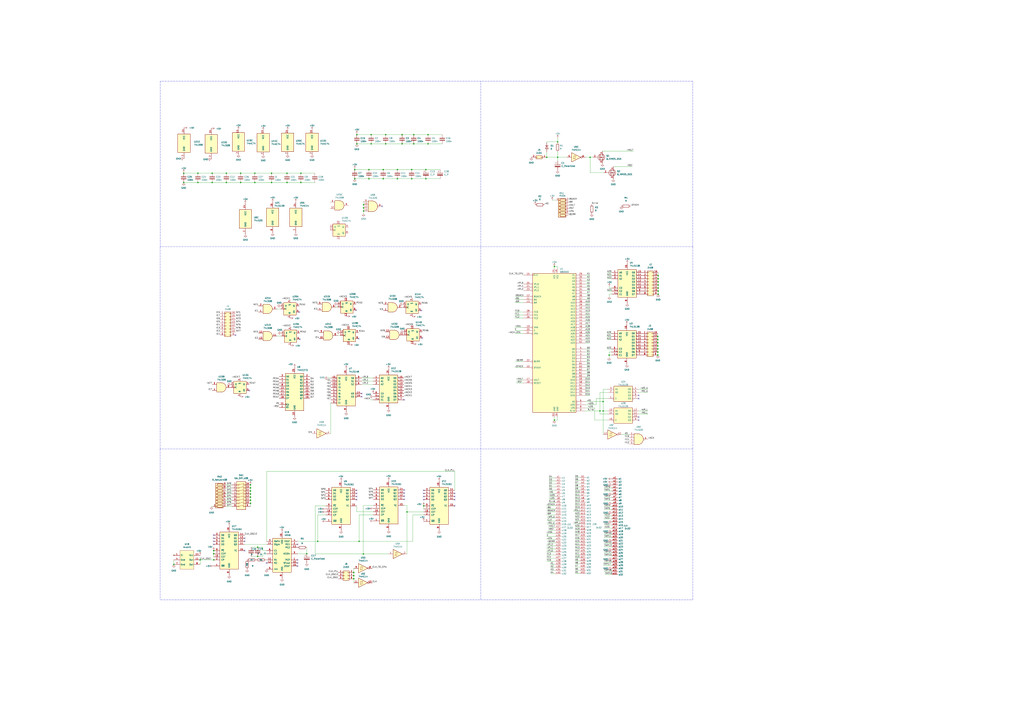
<source format=kicad_sch>
(kicad_sch (version 20211123) (generator eeschema)
  (paper "A1")
  (junction (at 298.577 168.275))
  (junction (at 492.76 337.693))
  (junction (at 349.758 146.939))
  (junction (at 314.706 146.939))
  (junction (at 455.295 345.313))
  (junction (at 495.3 337.693))
  (junction (at 347.98 415.671))
  (junction (at 290.576 470.535))
  (junction (at 205.74 398.399))
  (junction (at 162.56 149.987))
  (junction (at 303.022 139.319))
  (junction (at 294.894 444.881))
  (junction (at 339.852 118.237))
  (junction (at 457.962 116.586))
  (junction (at 260.858 444.881))
  (junction (at 162.56 142.367))
  (junction (at 142.748 463.931))
  (junction (at 247.142 149.987))
  (junction (at 304.8 118.237))
  (junction (at 326.39 139.319))
  (junction (at 303.022 146.939))
  (junction (at 540.258 281.686))
  (junction (at 197.612 142.367))
  (junction (at 197.612 149.987))
  (junction (at 185.928 149.987))
  (junction (at 540.512 241.808))
  (junction (at 251.968 455.041))
  (junction (at 205.74 400.939))
  (junction (at 455.295 218.948))
  (junction (at 540.512 226.568))
  (junction (at 540.512 236.728))
  (junction (at 457.962 129.286))
  (junction (at 291.338 146.939))
  (junction (at 150.876 149.987))
  (junction (at 298.577 170.815))
  (junction (at 326.39 146.939))
  (junction (at 205.74 413.639))
  (junction (at 293.116 110.617))
  (junction (at 540.258 284.226))
  (junction (at 351.536 110.617))
  (junction (at 540.258 276.606))
  (junction (at 351.536 118.237))
  (junction (at 500.253 291.846))
  (junction (at 495.3 330.073))
  (junction (at 175.514 460.121))
  (junction (at 235.712 142.367))
  (junction (at 449.072 129.286))
  (junction (at 298.577 173.355))
  (junction (at 339.852 110.617))
  (junction (at 174.244 142.367))
  (junction (at 314.706 139.319))
  (junction (at 205.74 411.099))
  (junction (at 540.258 286.766))
  (junction (at 540.512 234.188))
  (junction (at 290.576 473.075))
  (junction (at 298.45 455.295))
  (junction (at 223.012 149.987))
  (junction (at 349.758 139.319))
  (junction (at 338.074 146.939))
  (junction (at 304.8 110.617))
  (junction (at 334.264 420.751))
  (junction (at 223.012 142.367))
  (junction (at 175.514 455.041))
  (junction (at 540.258 291.846))
  (junction (at 540.512 239.268))
  (junction (at 330.2 118.237))
  (junction (at 540.258 289.306))
  (junction (at 293.116 118.237))
  (junction (at 205.74 403.479))
  (junction (at 211.582 449.707))
  (junction (at 484.632 129.286))
  (junction (at 338.074 139.319))
  (junction (at 540.258 279.146))
  (junction (at 150.876 142.367))
  (junction (at 185.928 142.367))
  (junction (at 211.582 457.327))
  (junction (at 330.2 110.617))
  (junction (at 175.514 452.501))
  (junction (at 164.338 460.121))
  (junction (at 540.512 229.108))
  (junction (at 247.142 142.367))
  (junction (at 209.296 149.987))
  (junction (at 174.244 149.987))
  (junction (at 209.296 142.367))
  (junction (at 540.512 231.648))
  (junction (at 316.738 110.617))
  (junction (at 291.338 139.319))
  (junction (at 316.738 118.237))
  (junction (at 205.74 406.019))
  (junction (at 205.74 408.559))
  (junction (at 290.576 475.615))
  (junction (at 235.712 149.987))
  (no_connect (at 524.51 324.993))
  (no_connect (at 373.38 405.511))
  (no_connect (at 524.51 342.773))
  (no_connect (at 373.38 415.671))
  (no_connect (at 373.38 408.051))
  (no_connect (at 218.948 462.661))
  (no_connect (at 373.38 410.591))
  (no_connect (at 200.914 452.501))
  (no_connect (at 175.514 444.881))
  (no_connect (at 200.914 444.881))
  (no_connect (at 292.862 402.971))
  (no_connect (at 331.978 407.797))
  (no_connect (at 347.98 408.051))
  (no_connect (at 347.98 405.511))
  (no_connect (at 347.98 402.971))
  (no_connect (at 244.348 460.121))
  (no_connect (at 175.514 439.801))
  (no_connect (at 200.914 442.341))
  (no_connect (at 331.978 402.717))
  (no_connect (at 313.817 169.545))
  (no_connect (at 244.348 447.421))
  (no_connect (at 193.421 275.463))
  (no_connect (at 292.481 254.889))
  (no_connect (at 294.513 278.257))
  (no_connect (at 246.253 278.765))
  (no_connect (at 245.745 256.413))
  (no_connect (at 524.51 345.313))
  (no_connect (at 175.514 447.421))
  (no_connect (at 204.724 320.929))
  (no_connect (at 346.837 277.749))
  (no_connect (at 346.075 255.143))
  (no_connect (at 524.51 327.533))
  (no_connect (at 347.98 410.591))
  (no_connect (at 292.862 405.511))
  (no_connect (at 331.851 328.549))
  (no_connect (at 175.514 442.341))
  (no_connect (at 244.348 462.661))
  (no_connect (at 244.348 465.201))
  (no_connect (at 297.053 323.469))
  (no_connect (at 297.053 326.009))
  (no_connect (at 292.862 408.051))
  (no_connect (at 331.978 410.337))
  (no_connect (at 331.978 405.257))
  (no_connect (at 292.862 410.591))
  (wire (pts (xy 448.945 461.264) (xy 455.93 461.264)))
  (wire (pts (xy 457.962 124.841) (xy 457.962 129.286)))
  (wire (pts (xy 540.512 231.648) (xy 540.512 234.188)))
  (wire (pts (xy 316.738 118.237) (xy 330.2 118.237)))
  (wire (pts (xy 275.971 252.349) (xy 277.241 252.349)))
  (wire (pts (xy 215.9 455.041) (xy 215.9 457.327)))
  (wire (pts (xy 185.166 413.639) (xy 190.5 413.639)))
  (wire (pts (xy 476.123 435.61) (xy 472.313 435.61)))
  (wire (pts (xy 223.012 149.987) (xy 235.712 149.987)))
  (wire (pts (xy 304.8 110.617) (xy 316.738 110.617)))
  (wire (pts (xy 496.062 454.406) (xy 502.412 454.406)))
  (wire (pts (xy 476.123 412.75) (xy 472.313 412.75)))
  (wire (pts (xy 540.512 234.188) (xy 540.512 236.728)))
  (wire (pts (xy 175.514 460.121) (xy 164.338 460.121)))
  (wire (pts (xy 314.706 139.319) (xy 326.39 139.319)))
  (wire (pts (xy 150.876 141.859) (xy 150.876 142.367)))
  (wire (pts (xy 503.682 136.906) (xy 519.557 136.906)))
  (wire (pts (xy 496.062 416.306) (xy 502.412 416.306)))
  (wire (pts (xy 480.695 243.713) (xy 484.505 243.713)))
  (wire (pts (xy 476.123 417.83) (xy 472.313 417.83)))
  (wire (pts (xy 449.58 430.784) (xy 455.93 430.784)))
  (wire (pts (xy 480.695 337.693) (xy 492.76 337.693)))
  (wire (pts (xy 476.123 433.07) (xy 472.313 433.07)))
  (wire (pts (xy 496.697 472.186) (xy 502.412 472.186)))
  (wire (pts (xy 496.062 441.706) (xy 502.412 441.706)))
  (wire (pts (xy 450.215 433.324) (xy 455.93 433.324)))
  (wire (pts (xy 450.85 395.224) (xy 455.93 395.224)))
  (wire (pts (xy 422.91 248.793) (xy 429.895 248.793)))
  (wire (pts (xy 448.945 448.564) (xy 455.93 448.564)))
  (wire (pts (xy 480.695 322.453) (xy 484.505 322.453)))
  (wire (pts (xy 484.632 129.286) (xy 484.632 141.986)))
  (wire (pts (xy 450.85 397.764) (xy 455.93 397.764)))
  (wire (pts (xy 448.945 438.404) (xy 455.93 438.404)))
  (wire (pts (xy 298.45 455.295) (xy 319.024 455.295)))
  (wire (pts (xy 450.85 402.844) (xy 455.93 402.844)))
  (wire (pts (xy 480.695 264.033) (xy 484.505 264.033)))
  (wire (pts (xy 247.142 149.987) (xy 258.572 149.987)))
  (wire (pts (xy 449.072 116.586) (xy 457.962 116.586)))
  (wire (pts (xy 293.116 110.617) (xy 304.8 110.617)))
  (wire (pts (xy 500.507 235.458) (xy 500.507 236.728)))
  (polyline (pts (xy 569.087 202.819) (xy 131.445 202.819)))
  (wire (pts (xy 476.123 425.45) (xy 472.313 425.45)))
  (wire (pts (xy 211.582 449.707) (xy 215.9 449.707)))
  (wire (pts (xy 306.578 423.037) (xy 294.894 423.037)))
  (wire (pts (xy 540.512 229.108) (xy 540.512 231.648)))
  (wire (pts (xy 422.91 243.713) (xy 429.895 243.713)))
  (wire (pts (xy 496.062 469.646) (xy 502.412 469.646)))
  (wire (pts (xy 476.123 415.29) (xy 472.313 415.29)))
  (wire (pts (xy 448.945 451.104) (xy 455.93 451.104)))
  (wire (pts (xy 476.123 466.09) (xy 472.313 466.09)))
  (wire (pts (xy 476.123 392.43) (xy 472.313 392.43)))
  (wire (pts (xy 303.022 146.939) (xy 314.706 146.939)))
  (wire (pts (xy 524.51 322.453) (xy 532.13 322.453)))
  (wire (pts (xy 499.11 322.453) (xy 492.76 322.453)))
  (wire (pts (xy 496.062 431.546) (xy 502.412 431.546)))
  (wire (pts (xy 480.695 228.473) (xy 484.505 228.473)))
  (wire (pts (xy 290.576 475.615) (xy 290.576 478.917)))
  (wire (pts (xy 339.852 118.237) (xy 351.536 118.237)))
  (wire (pts (xy 174.244 142.367) (xy 185.928 142.367)))
  (wire (pts (xy 499.11 345.313) (xy 488.315 345.313)))
  (wire (pts (xy 185.166 400.939) (xy 190.5 400.939)))
  (wire (pts (xy 339.09 423.291) (xy 347.98 423.291)))
  (wire (pts (xy 502.412 239.268) (xy 498.602 239.268)))
  (wire (pts (xy 351.536 110.617) (xy 363.22 110.617)))
  (wire (pts (xy 489.585 327.533) (xy 489.585 332.613)))
  (wire (pts (xy 215.9 452.501) (xy 218.948 452.501)))
  (wire (pts (xy 540.258 274.066) (xy 540.258 276.606)))
  (wire (pts (xy 495.427 464.566) (xy 502.412 464.566)))
  (wire (pts (xy 455.295 220.853) (xy 455.295 218.948)))
  (wire (pts (xy 480.695 286.893) (xy 484.505 286.893)))
  (wire (pts (xy 449.58 446.024) (xy 455.93 446.024)))
  (wire (pts (xy 496.062 418.846) (xy 502.412 418.846)))
  (wire (pts (xy 150.876 149.987) (xy 162.56 149.987)))
  (wire (pts (xy 488.315 335.153) (xy 480.695 335.153)))
  (wire (pts (xy 185.166 416.179) (xy 190.5 416.179)))
  (wire (pts (xy 176.022 460.121) (xy 175.514 460.121)))
  (wire (pts (xy 476.123 450.85) (xy 472.313 450.85)))
  (wire (pts (xy 260.858 423.291) (xy 267.462 423.291)))
  (wire (pts (xy 480.695 266.573) (xy 484.505 266.573)))
  (wire (pts (xy 290.576 473.075) (xy 290.576 475.615)))
  (wire (pts (xy 455.93 466.344) (xy 452.12 466.344)))
  (wire (pts (xy 500.253 291.846) (xy 500.253 293.751)))
  (wire (pts (xy 502.158 286.766) (xy 498.348 286.766)))
  (wire (pts (xy 476.123 445.77) (xy 472.313 445.77)))
  (wire (pts (xy 235.712 149.987) (xy 247.142 149.987)))
  (wire (pts (xy 227.457 253.873) (xy 230.505 253.873)))
  (wire (pts (xy 492.76 322.453) (xy 492.76 337.693)))
  (wire (pts (xy 298.45 415.417) (xy 298.45 455.295)))
  (wire (pts (xy 164.338 460.121) (xy 164.338 463.931)))
  (wire (pts (xy 496.062 141.986) (xy 484.632 141.986)))
  (wire (pts (xy 476.123 458.47) (xy 472.313 458.47)))
  (wire (pts (xy 223.012 142.367) (xy 235.712 142.367)))
  (wire (pts (xy 502.158 276.606) (xy 498.348 276.606)))
  (wire (pts (xy 448.945 423.164) (xy 455.93 423.164)))
  (wire (pts (xy 291.338 146.939) (xy 303.022 146.939)))
  (wire (pts (xy 455.93 463.804) (xy 452.12 463.804)))
  (wire (pts (xy 480.695 319.913) (xy 484.505 319.913)))
  (wire (pts (xy 480.695 231.013) (xy 484.505 231.013)))
  (wire (pts (xy 455.93 471.424) (xy 452.12 471.424)))
  (wire (pts (xy 349.758 139.319) (xy 361.442 139.319)))
  (wire (pts (xy 457.835 345.313) (xy 455.295 345.313)))
  (wire (pts (xy 235.712 142.367) (xy 247.142 142.367)))
  (wire (pts (xy 480.822 129.286) (xy 484.632 129.286)))
  (wire (pts (xy 448.945 420.624) (xy 455.93 420.624)))
  (wire (pts (xy 480.695 302.133) (xy 484.505 302.133)))
  (wire (pts (xy 450.85 413.004) (xy 455.93 413.004)))
  (wire (pts (xy 173.736 416.179) (xy 175.006 416.179)))
  (polyline (pts (xy 131.572 66.802) (xy 131.572 202.692)))
  (wire (pts (xy 290.576 470.535) (xy 290.576 473.075)))
  (wire (pts (xy 448.945 458.724) (xy 455.93 458.724)))
  (wire (pts (xy 476.123 453.39) (xy 472.313 453.39)))
  (wire (pts (xy 258.826 415.671) (xy 258.826 455.295)))
  (wire (pts (xy 457.962 129.286) (xy 457.962 132.334)))
  (wire (pts (xy 524.51 340.233) (xy 532.13 340.233)))
  (wire (pts (xy 150.876 142.367) (xy 162.56 142.367)))
  (wire (pts (xy 218.948 455.041) (xy 215.9 455.041)))
  (wire (pts (xy 205.74 408.559) (xy 205.74 411.099)))
  (wire (pts (xy 496.062 408.686) (xy 502.412 408.686)))
  (wire (pts (xy 476.123 463.55) (xy 472.313 463.55)))
  (wire (pts (xy 476.123 402.59) (xy 472.313 402.59)))
  (wire (pts (xy 175.514 455.041) (xy 175.514 457.581)))
  (wire (pts (xy 480.695 256.413) (xy 484.505 256.413)))
  (wire (pts (xy 298.577 170.815) (xy 298.577 168.275)))
  (wire (pts (xy 480.695 238.633) (xy 484.505 238.633)))
  (wire (pts (xy 495.3 337.693) (xy 495.3 357.124)))
  (wire (pts (xy 215.9 457.327) (xy 211.582 457.327)))
  (wire (pts (xy 502.158 274.066) (xy 498.348 274.066)))
  (wire (pts (xy 422.91 246.253) (xy 429.895 246.253)))
  (wire (pts (xy 334.264 420.751) (xy 347.98 420.751)))
  (wire (pts (xy 524.51 319.913) (xy 532.13 319.913)))
  (wire (pts (xy 449.072 124.841) (xy 449.072 129.286)))
  (wire (pts (xy 200.914 447.421) (xy 218.948 447.421)))
  (wire (pts (xy 338.074 139.319) (xy 349.758 139.319)))
  (wire (pts (xy 291.338 139.319) (xy 303.022 139.319)))
  (wire (pts (xy 294.894 423.037) (xy 294.894 444.881)))
  (wire (pts (xy 453.517 164.465) (xy 456.565 164.465)))
  (wire (pts (xy 422.91 269.113) (xy 429.895 269.113)))
  (wire (pts (xy 448.945 418.084) (xy 455.93 418.084)))
  (wire (pts (xy 298.45 415.417) (xy 306.578 415.417)))
  (wire (pts (xy 450.215 435.864) (xy 455.93 435.864)))
  (wire (pts (xy 292.862 415.671) (xy 292.862 420.497)))
  (wire (pts (xy 480.695 269.113) (xy 484.505 269.113)))
  (wire (pts (xy 480.695 299.593) (xy 484.505 299.593)))
  (wire (pts (xy 424.18 312.293) (xy 429.895 312.293)))
  (wire (pts (xy 489.585 332.613) (xy 480.695 332.613)))
  (wire (pts (xy 488.315 345.313) (xy 488.315 335.153)))
  (wire (pts (xy 496.062 462.026) (xy 502.412 462.026)))
  (wire (pts (xy 471.043 430.53) (xy 476.123 430.53)))
  (wire (pts (xy 422.91 302.133) (xy 429.895 302.133)))
  (wire (pts (xy 500.507 241.808) (xy 502.412 241.808)))
  (wire (pts (xy 205.74 411.099) (xy 205.74 413.639)))
  (wire (pts (xy 540.258 279.146) (xy 540.258 281.686)))
  (wire (pts (xy 502.158 289.306) (xy 500.253 289.306)))
  (wire (pts (xy 480.695 274.193) (xy 484.505 274.193)))
  (wire (pts (xy 448.945 440.944) (xy 455.93 440.944)))
  (wire (pts (xy 330.2 110.617) (xy 339.852 110.617)))
  (wire (pts (xy 480.695 330.073) (xy 495.3 330.073)))
  (wire (pts (xy 455.295 345.313) (xy 455.295 342.773)))
  (wire (pts (xy 540.258 284.226) (xy 540.258 286.766)))
  (wire (pts (xy 476.123 422.91) (xy 472.313 422.91)))
  (wire (pts (xy 422.91 256.413) (xy 429.895 256.413)))
  (wire (pts (xy 496.062 449.326) (xy 502.412 449.326)))
  (wire (pts (xy 500.253 289.306) (xy 500.253 291.846)))
  (wire (pts (xy 492.76 337.693) (xy 492.76 340.233)))
  (wire (pts (xy 185.166 408.559) (xy 190.5 408.559)))
  (wire (pts (xy 471.043 420.37) (xy 476.123 420.37)))
  (wire (pts (xy 292.862 420.497) (xy 306.578 420.497)))
  (wire (pts (xy 480.695 241.173) (xy 484.505 241.173)))
  (wire (pts (xy 326.39 139.319) (xy 338.074 139.319)))
  (wire (pts (xy 480.695 246.253) (xy 484.505 246.253)))
  (wire (pts (xy 540.258 286.766) (xy 540.258 289.306)))
  (wire (pts (xy 455.295 218.948) (xy 457.835 218.948)))
  (wire (pts (xy 185.166 398.399) (xy 190.5 398.399)))
  (wire (pts (xy 422.91 271.653) (xy 429.895 271.653)))
  (wire (pts (xy 457.962 116.586) (xy 457.962 117.221)))
  (wire (pts (xy 500.253 291.846) (xy 502.158 291.846)))
  (wire (pts (xy 480.695 324.993) (xy 484.505 324.993)))
  (wire (pts (xy 476.123 443.23) (xy 472.313 443.23)))
  (wire (pts (xy 480.695 261.493) (xy 484.505 261.493)))
  (wire (pts (xy 142.748 463.931) (xy 142.748 460.121)))
  (wire (pts (xy 480.695 253.873) (xy 484.505 253.873)))
  (wire (pts (xy 484.632 129.286) (xy 487.172 129.286)))
  (wire (pts (xy 480.695 225.933) (xy 484.505 225.933)))
  (wire (pts (xy 185.166 406.019) (xy 190.5 406.019)))
  (wire (pts (xy 480.695 312.293) (xy 484.505 312.293)))
  (wire (pts (xy 540.512 239.268) (xy 540.512 241.808)))
  (wire (pts (xy 244.348 444.881) (xy 260.858 444.881)))
  (wire (pts (xy 496.062 411.226) (xy 502.412 411.226)))
  (wire (pts (xy 480.695 258.953) (xy 484.505 258.953)))
  (polyline (pts (xy 394.97 492.76) (xy 394.97 67.056)))
  (wire (pts (xy 339.852 110.617) (xy 351.536 110.617)))
  (wire (pts (xy 271.653 356.235) (xy 271.653 331.089)))
  (wire (pts (xy 206.248 449.707) (xy 211.582 449.707)))
  (wire (pts (xy 334.264 420.751) (xy 334.264 455.295)))
  (wire (pts (xy 495.3 319.913) (xy 495.3 330.073)))
  (wire (pts (xy 424.18 314.833) (xy 429.895 314.833)))
  (wire (pts (xy 291.338 138.811) (xy 291.338 139.319)))
  (wire (pts (xy 448.945 415.544) (xy 455.93 415.544)))
  (wire (pts (xy 450.85 405.384) (xy 455.93 405.384)))
  (wire (pts (xy 422.91 261.493) (xy 429.895 261.493)))
  (wire (pts (xy 330.073 252.603) (xy 330.835 252.603)))
  (wire (pts (xy 540.258 276.606) (xy 540.258 279.146)))
  (wire (pts (xy 298.577 173.355) (xy 298.577 170.815)))
  (wire (pts (xy 205.74 398.399) (xy 205.74 400.939)))
  (wire (pts (xy 540.512 236.728) (xy 540.512 239.268)))
  (wire (pts (xy 516.89 357.124) (xy 510.54 357.124)))
  (wire (pts (xy 197.612 142.367) (xy 209.296 142.367)))
  (wire (pts (xy 457.962 129.286) (xy 449.072 129.286)))
  (wire (pts (xy 495.3 337.693) (xy 499.11 337.693)))
  (wire (pts (xy 227.457 276.225) (xy 231.013 276.225)))
  (wire (pts (xy 476.123 438.15) (xy 472.313 438.15)))
  (wire (pts (xy 502.158 279.146) (xy 498.348 279.146)))
  (wire (pts (xy 492.76 340.233) (xy 499.11 340.233)))
  (wire (pts (xy 480.695 233.553) (xy 484.505 233.553)))
  (wire (pts (xy 351.536 118.237) (xy 363.22 118.237)))
  (wire (pts (xy 480.695 294.513) (xy 484.505 294.513)))
  (wire (pts (xy 476.123 400.05) (xy 472.313 400.05)))
  (polyline (pts (xy 569.087 368.935) (xy 569.087 202.819)))
  (wire (pts (xy 457.835 342.773) (xy 457.835 345.313)))
  (polyline (pts (xy 131.445 368.935) (xy 131.445 492.887)))
  (wire (pts (xy 218.948 444.881) (xy 218.948 387.477)))
  (wire (pts (xy 476.123 410.21) (xy 472.313 410.21)))
  (wire (pts (xy 293.116 110.109) (xy 293.116 110.617)))
  (wire (pts (xy 496.062 446.786) (xy 502.412 446.786)))
  (wire (pts (xy 496.062 439.166) (xy 502.412 439.166)))
  (wire (pts (xy 448.945 453.644) (xy 455.93 453.644)))
  (wire (pts (xy 174.244 149.987) (xy 185.928 149.987)))
  (wire (pts (xy 206.248 457.327) (xy 211.582 457.327)))
  (wire (pts (xy 457.962 129.286) (xy 465.582 129.286)))
  (polyline (pts (xy 568.96 66.802) (xy 131.572 66.802)))
  (polyline (pts (xy 568.96 202.692) (xy 568.96 66.802)))
  (wire (pts (xy 480.695 297.053) (xy 484.505 297.053)))
  (wire (pts (xy 290.576 466.979) (xy 290.576 470.535)))
  (wire (pts (xy 457.835 218.948) (xy 457.835 220.853)))
  (wire (pts (xy 304.165 328.549) (xy 306.451 328.549)))
  (polyline (pts (xy 131.953 492.887) (xy 569.087 492.887)))
  (wire (pts (xy 476.123 468.63) (xy 472.313 468.63)))
  (wire (pts (xy 495.3 330.073) (xy 495.3 337.693)))
  (wire (pts (xy 326.39 146.939) (xy 338.074 146.939)))
  (wire (pts (xy 422.91 258.953) (xy 429.895 258.953)))
  (wire (pts (xy 480.695 289.433) (xy 484.505 289.433)))
  (wire (pts (xy 500.507 241.808) (xy 500.507 243.713)))
  (wire (pts (xy 500.507 236.728) (xy 502.412 236.728)))
  (wire (pts (xy 476.123 471.17) (xy 472.313 471.17)))
  (wire (pts (xy 480.695 271.653) (xy 484.505 271.653)))
  (wire (pts (xy 449.58 428.244) (xy 455.93 428.244)))
  (wire (pts (xy 494.792 124.206) (xy 520.192 124.206)))
  (wire (pts (xy 502.412 226.568) (xy 498.602 226.568)))
  (wire (pts (xy 247.142 142.367) (xy 258.572 142.367)))
  (wire (pts (xy 476.123 455.93) (xy 472.313 455.93)))
  (wire (pts (xy 297.053 310.769) (xy 306.451 310.769)))
  (wire (pts (xy 422.91 274.193) (xy 429.895 274.193)))
  (wire (pts (xy 449.58 425.704) (xy 455.93 425.704)))
  (wire (pts (xy 457.962 113.411) (xy 457.962 116.586)))
  (wire (pts (xy 347.98 415.671) (xy 347.98 418.211)))
  (wire (pts (xy 303.022 139.319) (xy 314.706 139.319)))
  (wire (pts (xy 349.758 146.939) (xy 361.442 146.939)))
  (wire (pts (xy 480.695 309.753) (xy 484.505 309.753)))
  (wire (pts (xy 297.053 315.849) (xy 306.451 315.849)))
  (wire (pts (xy 423.545 297.053) (xy 429.895 297.053)))
  (wire (pts (xy 540.258 281.686) (xy 540.258 284.226)))
  (wire (pts (xy 496.062 456.946) (xy 502.412 456.946)))
  (wire (pts (xy 258.826 455.295) (xy 298.45 455.295)))
  (wire (pts (xy 540.512 226.568) (xy 540.512 229.108)))
  (wire (pts (xy 476.123 394.97) (xy 472.313 394.97)))
  (wire (pts (xy 448.945 456.184) (xy 455.93 456.184)))
  (wire (pts (xy 480.695 317.373) (xy 484.505 317.373)))
  (wire (pts (xy 334.264 415.417) (xy 334.264 420.751)))
  (wire (pts (xy 480.695 251.333) (xy 484.505 251.333)))
  (wire (pts (xy 330.2 118.237) (xy 339.852 118.237)))
  (wire (pts (xy 162.56 149.987) (xy 174.244 149.987)))
  (wire (pts (xy 373.38 387.477) (xy 373.38 402.971)))
  (wire (pts (xy 540.512 224.028) (xy 540.512 226.568)))
  (wire (pts (xy 277.241 275.717) (xy 279.273 275.717)))
  (wire (pts (xy 267.462 415.671) (xy 258.826 415.671)))
  (wire (pts (xy 339.09 444.881) (xy 339.09 423.291)))
  (wire (pts (xy 480.695 291.973) (xy 484.505 291.973)))
  (wire (pts (xy 205.74 400.939) (xy 205.74 403.479)))
  (wire (pts (xy 185.928 142.367) (xy 197.612 142.367)))
  (wire (pts (xy 260.858 444.881) (xy 260.858 423.291)))
  (wire (pts (xy 480.695 281.813) (xy 484.505 281.813)))
  (wire (pts (xy 294.894 444.881) (xy 339.09 444.881)))
  (wire (pts (xy 314.706 146.939) (xy 326.39 146.939)))
  (wire (pts (xy 450.85 392.684) (xy 455.93 392.684)))
  (wire (pts (xy 476.123 448.31) (xy 472.313 448.31)))
  (wire (pts (xy 298.577 168.275) (xy 298.577 165.735)))
  (polyline (pts (xy 394.716 67.056) (xy 394.97 67.056)))
  (wire (pts (xy 476.123 461.01) (xy 472.313 461.01)))
  (wire (pts (xy 502.412 224.028) (xy 498.602 224.028)))
  (wire (pts (xy 293.116 118.237) (xy 304.8 118.237)))
  (wire (pts (xy 502.412 229.108) (xy 498.602 229.108)))
  (wire (pts (xy 540.258 289.306) (xy 540.258 291.846)))
  (wire (pts (xy 455.93 468.884) (xy 452.12 468.884)))
  (wire (pts (xy 499.11 319.913) (xy 495.3 319.913)))
  (polyline (pts (xy 131.445 202.819) (xy 131.445 368.935)))
  (wire (pts (xy 298.577 175.387) (xy 298.577 173.355)))
  (wire (pts (xy 480.695 304.673) (xy 484.505 304.673)))
  (wire (pts (xy 496.062 426.466) (xy 502.412 426.466)))
  (wire (pts (xy 448.945 443.484) (xy 455.93 443.484)))
  (wire (pts (xy 215.9 449.707) (xy 215.9 452.501)))
  (wire (pts (xy 496.062 401.066) (xy 502.412 401.066)))
  (wire (pts (xy 316.738 110.617) (xy 330.2 110.617)))
  (wire (pts (xy 480.695 307.213) (xy 484.505 307.213)))
  (wire (pts (xy 524.51 337.693) (xy 532.13 337.693)))
  (wire (pts (xy 449.072 116.586) (xy 449.072 117.221)))
  (wire (pts (xy 476.123 427.99) (xy 472.313 427.99)))
  (wire (pts (xy 185.166 411.099) (xy 190.5 411.099)))
  (wire (pts (xy 209.296 142.367) (xy 223.012 142.367)))
  (wire (pts (xy 218.186 460.121) (xy 218.948 460.121)))
  (wire (pts (xy 269.367 310.769) (xy 271.653 310.769)))
  (wire (pts (xy 334.264 415.417) (xy 331.978 415.417)))
  (wire (pts (xy 218.948 387.477) (xy 373.38 387.477)))
  (wire (pts (xy 185.928 149.987) (xy 197.612 149.987)))
  (wire (pts (xy 185.166 403.479) (xy 190.5 403.479)))
  (wire (pts (xy 175.514 452.501) (xy 175.514 455.041)))
  (wire (pts (xy 476.123 397.51) (xy 472.313 397.51)))
  (wire (pts (xy 205.74 406.019) (xy 205.74 408.559)))
  (wire (pts (xy 496.062 403.606) (xy 502.412 403.606)))
  (wire (pts (xy 450.85 410.464) (xy 455.93 410.464)))
  (polyline (pts (xy 569.087 492.887) (xy 569.087 368.935)))
  (wire (pts (xy 294.894 444.881) (xy 260.858 444.881)))
  (wire (pts (xy 480.695 314.833) (xy 484.505 314.833)))
  (polyline (pts (xy 569.087 368.935) (xy 131.445 368.935)))
  (wire (pts (xy 205.74 413.639) (xy 205.74 416.179)))
  (wire (pts (xy 450.85 400.304) (xy 455.93 400.304)))
  (wire (pts (xy 480.695 236.093) (xy 484.505 236.093)))
  (wire (pts (xy 209.296 149.987) (xy 223.012 149.987)))
  (wire (pts (xy 476.123 405.13) (xy 472.313 405.13)))
  (wire (pts (xy 338.074 146.939) (xy 349.758 146.939)))
  (wire (pts (xy 496.062 434.086) (xy 502.412 434.086)))
  (wire (pts (xy 205.74 403.479) (xy 205.74 406.019)))
  (wire (pts (xy 476.123 407.67) (xy 472.313 407.67)))
  (wire (pts (xy 480.695 248.793) (xy 484.505 248.793)))
  (wire (pts (xy 251.968 455.041) (xy 251.968 449.961)))
  (wire (pts (xy 244.348 455.041) (xy 251.968 455.041)))
  (wire (pts (xy 450.85 407.924) (xy 455.93 407.924)))
  (wire (pts (xy 480.695 276.733) (xy 484.505 276.733)))
  (wire (pts (xy 476.123 440.69) (xy 472.313 440.69)))
  (wire (pts (xy 297.053 313.309) (xy 306.451 313.309)))
  (wire (pts (xy 304.8 118.237) (xy 316.738 118.237)))
  (wire (pts (xy 480.695 279.273) (xy 484.505 279.273)))
  (wire (pts (xy 499.11 327.533) (xy 489.585 327.533)))
  (wire (pts (xy 496.062 423.926) (xy 502.412 423.926)))
  (wire (pts (xy 197.612 149.987) (xy 209.296 149.987)))
  (wire (pts (xy 162.56 142.367) (xy 174.244 142.367)))
  (label "A23" (at 472.313 422.91 0))
  (label "FC1" (at 516.89 362.204 180))
  (label "CLK" (at 305.816 478.917 0))
  (label "~LDS" (at 450.85 410.464 0))
  (label "PEN1" (at 229.235 314.579 180))
  (label "SP1" (at 267.462 405.511 180))
  (label "D0" (at 450.85 402.844 0))
  (label "A11" (at 472.313 455.93 0))
  (label "TMP17" (at 495.427 464.566 0))
  (label "A9" (at 472.313 461.01 0))
  (label "PEN5" (at 346.075 250.063 0))
  (label "D8" (at 472.313 400.05 0))
  (label "D9" (at 472.313 402.59 0))
  (label "FC2" (at 516.89 364.744 180))
  (label "A7" (at 472.313 466.09 0))
  (label "A16" (at 484.505 264.033 180))
  (label "IE2" (at 180.721 272.923 180))
  (label "INT7" (at 174.244 315.849 180))
  (label "A1" (at 484.505 225.933 180))
  (label "A22" (at 472.313 425.45 0))
  (label "~WR_U" (at 532.13 319.913 180))
  (label "FC1" (at 422.91 258.953 0))
  (label "IS3" (at 271.653 318.389 180))
  (label "IE6" (at 316.357 277.749 180))
  (label "FC2" (at 422.91 261.493 0))
  (label "~VPA" (at 422.91 274.193 0))
  (label "A12" (at 484.505 253.873 180))
  (label "SP5" (at 186.182 411.099 0))
  (label "IE7" (at 174.244 320.929 180))
  (label "~IPL1" (at 429.895 236.093 180))
  (label "~RD_L" (at 471.043 420.37 0))
  (label "A17" (at 472.313 440.69 0))
  (label "A5" (at 472.313 471.17 0))
  (label "~IACK7" (at 197.104 310.769 180))
  (label "IE6" (at 180.721 262.763 180))
  (label "TMP14" (at 496.062 454.406 0))
  (label "A3" (at 452.12 468.884 0))
  (label "~DTACK" (at 422.91 302.133 0))
  (label "~IACK" (at 532.13 360.934 0))
  (label "A21" (at 472.313 427.99 0))
  (label "A22" (at 484.505 279.273 180))
  (label "TMP0" (at 496.062 401.066 0))
  (label "~LDS" (at 482.6 335.153 0))
  (label "D8" (at 484.505 307.213 180))
  (label "~IPL2" (at 429.895 238.633 180))
  (label "IS7" (at 271.653 328.549 180))
  (label "PEN5" (at 229.235 319.659 180))
  (label "TMP16" (at 496.062 462.026 0))
  (label "D6" (at 472.313 394.97 0))
  (label "CLK" (at 449.58 428.244 0))
  (label "A20" (at 498.602 224.028 0))
  (label "~IACK5" (at 338.455 244.983 180))
  (label "D11" (at 484.505 314.833 180))
  (label "A15" (at 484.505 261.493 180))
  (label "~IACK7" (at 331.851 310.769 0))
  (label "PEN7" (at 204.724 315.849 0))
  (label "PEN6" (at 229.235 322.199 180))
  (label "PEN2" (at 229.235 317.119 180))
  (label "~IACK4" (at 286.893 268.097 180))
  (label "~DTACK" (at 517.906 169.418 0))
  (label "SP6" (at 186.182 413.639 0))
  (label "A4" (at 484.505 233.553 180))
  (label "A10" (at 472.313 458.47 0))
  (label "IS6" (at 254.635 322.199 0))
  (label "D4" (at 450.85 392.684 0))
  (label "INT3" (at 193.421 262.763 0))
  (label "A19" (at 472.313 435.61 0))
  (label "~VPA" (at 466.725 174.625 0))
  (label "SP4" (at 186.182 408.559 0))
  (label "~IACK5" (at 331.851 315.849 0))
  (label "FC2" (at 448.945 456.184 0))
  (label "A12" (at 472.313 453.39 0))
  (label "IS5" (at 271.653 323.469 180))
  (label "CLK_OSCI" (at 164.338 460.121 0))
  (label "~IACK6" (at 331.851 313.309 0))
  (label "D7" (at 484.505 304.673 180))
  (label "A20" (at 498.348 274.066 0))
  (label "~IPL0" (at 448.945 453.644 0))
  (label "SP3" (at 186.182 406.019 0))
  (label "~BR" (at 422.91 248.793 0))
  (label "IE4" (at 180.721 267.843 180))
  (label "~IACK6" (at 339.217 267.589 180))
  (label "~IACK3" (at 284.861 244.729 180))
  (label "D12" (at 472.313 410.21 0))
  (label "D9" (at 484.505 309.753 180))
  (label "SP2" (at 267.462 408.051 180))
  (label "~BGACK" (at 422.91 243.713 0))
  (label "PEN7" (at 229.235 327.279 180))
  (label "D1" (at 450.85 400.304 0))
  (label "CLK_TO_CPU" (at 305.816 466.979 0))
  (label "~RST" (at 424.18 314.833 0))
  (label "PEN1" (at 245.745 251.333 0))
  (label "FC0" (at 448.945 461.264 0))
  (label "IS7" (at 254.635 327.279 0))
  (label "~RST" (at 519.557 136.906 180))
  (label "TMP13" (at 496.062 449.326 0))
  (label "CLK_PLL" (at 277.876 470.535 180))
  (label "INT5" (at 193.421 267.843 0))
  (label "~IACK2" (at 331.851 323.469 0))
  (label "~VPA" (at 448.945 443.484 0))
  (label "PEN4" (at 294.513 273.177 0))
  (label "R{slash}~W" (at 486.029 168.021 0))
  (label "IE3" (at 260.731 254.889 180))
  (label "FC1" (at 448.945 458.724 0))
  (label "IS2" (at 271.653 315.849 180))
  (label "TMP19" (at 496.697 472.186 0))
  (label "~IPL0" (at 429.895 233.553 180))
  (label "~BR" (at 448.945 423.164 0))
  (label "INT4" (at 193.421 265.303 0))
  (label "IEN" (at 256.413 356.235 180))
  (label "A17" (at 484.505 266.573 180))
  (label "SP3" (at 267.462 410.591 180))
  (label "R{slash}~W" (at 450.85 413.004 0))
  (label "A13" (at 484.505 256.413 180))
  (label "A20" (at 472.313 433.07 0))
  (label "IE7" (at 180.721 260.223 180))
  (label "D10" (at 484.505 312.293 180))
  (label "A10" (at 484.505 248.793 180))
  (label "A9" (at 484.505 246.253 180))
  (label "D5" (at 472.313 392.43 0))
  (label "A18" (at 472.313 438.15 0))
  (label "D4" (at 484.505 297.053 180))
  (label "INT2" (at 212.217 273.685 180))
  (label "~IPL2" (at 297.307 315.849 0))
  (label "CLK_OSCI2" (at 200.914 439.801 0))
  (label "A1" (at 452.12 463.804 0))
  (label "CLK_PLL" (at 373.38 387.477 180))
  (label "~IACK2" (at 238.633 268.605 180))
  (label "IE2" (at 212.217 278.765 180))
  (label "IE1" (at 212.217 256.413 180))
  (label "CLK_OSCI" (at 277.876 475.615 180))
  (label "SP0" (at 186.182 398.399 0))
  (label "SP0" (at 267.462 402.971 180))
  (label "~IACK" (at 304.165 328.549 180))
  (label "~BGACK" (at 448.945 420.624 0))
  (label "A6" (at 472.313 468.63 0))
  (label "A23" (at 498.602 239.268 0))
  (label "~RD_L" (at 532.13 340.233 180))
  (label "~AS" (at 481.965 330.073 0))
  (label "CLK_OSCI2" (at 277.876 473.075 180))
  (label "CLK_TO_CPU" (at 429.895 225.933 180))
  (label "R{slash}~W" (at 482.6 337.693 0))
  (label "A21" (at 484.505 276.733 180))
  (label "D5" (at 484.505 299.593 180))
  (label "IS5" (at 254.635 319.659 0))
  (label "A4" (at 452.12 471.424 0))
  (label "D3" (at 450.85 395.224 0))
  (label "SP6" (at 306.578 407.797 180))
  (label "D10" (at 472.313 405.13 0))
  (label "~VMA" (at 422.91 269.113 0))
  (label "~IACK" (at 422.91 274.193 180))
  (label "~IPL0" (at 297.307 310.769 0))
  (label "IS3" (at 254.635 324.739 0))
  (label "~AS" (at 447.167 168.275 0))
  (label "D14" (at 472.313 415.29 0))
  (label "A15" (at 472.313 445.77 0))
  (label "A14" (at 472.313 448.31 0))
  (label "SP4" (at 306.578 402.717 180))
  (label "D0" (at 484.505 286.893 180))
  (label "PEN4" (at 229.235 312.039 180))
  (label "FC0" (at 516.89 359.664 180))
  (label "~A20" (at 496.062 434.086 0))
  (label "~VMA" (at 448.945 438.404 0))
  (label "~BG" (at 448.945 418.084 0))
  (label "INT2" (at 193.421 260.223 0))
  (label "INT6" (at 316.357 272.669 180))
  (label "IS6" (at 271.653 326.009 180))
  (label "IS4" (at 271.653 320.929 180))
  (label "~IACK1" (at 238.125 246.253 180))
  (label "TMP1" (at 496.062 403.606 0))
  (label "~BGACK" (at 466.725 164.465 0))
  (label "IEN" (at 180.721 257.683 180))
  (label "D13" (at 472.313 412.75 0))
  (label "~A23" (at 496.062 423.926 0))
  (label "~BERR" (at 423.545 297.053 0))
  (label "A22" (at 498.348 279.146 0))
  (label "~BERR" (at 449.58 446.024 0))
  (label "A8" (at 472.313 463.55 0))
  (label "A21" (at 498.602 226.568 0))
  (label "A21" (at 498.348 276.606 0))
  (label "A14" (at 484.505 258.953 180))
  (label "A5" (at 484.505 236.093 180))
  (label "~DTACK" (at 448.945 415.544 0))
  (label "PEN3" (at 229.235 324.739 180))
  (label "A11" (at 484.505 251.333 180))
  (label "D13" (at 484.505 319.913 180))
  (label "D15" (at 472.313 417.83 0))
  (label "A20" (at 484.505 274.193 180))
  (label "SP1" (at 186.182 400.939 0))
  (label "D3" (at 484.505 294.513 180))
  (label "A8" (at 484.505 243.713 180))
  (label "A18" (at 484.505 269.113 180))
  (label "~UDS" (at 450.85 407.924 0))
  (label "TMP15" (at 496.062 456.946 0))
  (label "TMP11" (at 496.062 441.706 0))
  (label "~IACK3" (at 331.851 320.929 0))
  (label "~RST" (at 466.725 172.085 0))
  (label "A6" (at 484.505 238.633 180))
  (label "D2" (at 450.85 397.764 0))
  (label "D11" (at 472.313 407.67 0))
  (label "~IPL1" (at 297.307 313.309 0))
  (label "~UDS" (at 482.6 332.613 0))
  (label "A19" (at 484.505 271.653 180))
  (label "IE3" (at 180.721 270.383 180))
  (label "~AS" (at 450.85 405.384 0))
  (label "A7" (at 484.505 241.173 180))
  (label "~RD_U" (at 532.13 322.453 180))
  (label "A2" (at 484.505 228.473 180))
  (label "D6" (at 484.505 302.133 180))
  (label "A2" (at 452.12 466.344 0))
  (label "D12" (at 484.505 317.373 180))
  (label "TMP5" (at 496.062 418.846 0))
  (label "PEN6" (at 346.837 272.669 0))
  (label "IE4" (at 262.001 278.257 180))
  (label "INT1" (at 212.217 251.333 180))
  (label "~BG" (at 422.91 246.253 0))
  (label "AS" (at 515.62 357.124 180))
  (label "IS2" (at 254.635 317.119 0))
  (label "D1" (at 484.505 289.433 180))
  (label "PEN2" (at 246.253 273.685 0))
  (label "~A21" (at 496.062 431.546 0))
  (label "~WR_L" (at 532.13 337.693 180))
  (label "~RD_U" (at 449.58 430.784 0))
  (label "IE5" (at 180.721 265.303 180))
  (label "~IACK4" (at 331.851 318.389 0))
  (label "~IPL1" (at 448.945 451.104 0))
  (label "~IPL2" (at 448.945 448.564 0))
  (label "~HALT" (at 466.725 169.545 0))
  (label "~HALT" (at 424.18 312.293 0))
  (label "AS" (at 229.235 332.359 180))
  (label "SP2" (at 186.182 403.479 0))
  (label "D15" (at 484.505 324.993 180))
  (label "~WR_L" (at 471.043 430.53 0))
  (label "E" (at 422.91 271.653 0))
  (label "~RST" (at 229.235 334.899 180))
  (label "TMP3" (at 496.062 411.226 0))
  (label "INT6" (at 193.421 270.383 0))
  (label "A3" (at 484.505 231.013 180))
  (label "~HALT" (at 520.192 124.206 180))
  (label "INT7" (at 193.421 272.923 0))
  (label "TMP10" (at 496.062 439.166 0))
  (label "~WR_U" (at 449.58 425.704 0))
  (label "A22" (at 498.602 229.108 0))
  (label "~A22" (at 496.062 426.466 0))
  (label "IS1" (at 254.635 314.579 0))
  (label "SP7" (at 306.578 410.337 180))
  (label "~BERR" (at 466.725 177.165 0))
  (label "TMP12" (at 496.062 446.786 0))
  (label "~BR" (at 466.725 167.005 0))
  (label "SP7" (at 186.182 416.179 0))
  (label "INT5" (at 314.833 250.063 180))
  (label "A23" (at 498.348 286.766 0))
  (label "D7" (at 472.313 397.51 0))
  (label "INT1" (at 193.421 257.683 0))
  (label "TMP18" (at 496.062 469.646 0))
  (label "IE1" (at 180.721 275.463 180))
  (label "E" (at 448.945 440.944 0))
  (label "PEN3" (at 292.481 249.809 0))
  (label "~RST" (at 450.215 435.864 0))
  (label "INT4" (at 262.001 273.177 180))
  (label "A23" (at 484.505 281.813 180))
  (label "A13" (at 472.313 450.85 0))
  (label "SP5" (at 306.578 405.257 180))
  (label "~HALT" (at 450.215 433.324 0))
  (label "INT3" (at 260.731 249.809 180))
  (label "FC0" (at 422.91 256.413 0))
  (label "IE5" (at 314.833 255.143 180))
  (label "TMP4" (at 496.062 416.306 0))
  (label "D14" (at 484.505 322.453 180))
  (label "IS4" (at 254.635 312.039 0))
  (label "TMP2" (at 496.062 408.686 0))
  (label "IS1" (at 271.653 313.309 180))
  (label "~IACK1" (at 331.851 326.009 0))
  (label "A16" (at 472.313 443.23 0))
  (label "D2" (at 484.505 291.973 180))
  (symbol (lib_id "Device:C") (at 339.852 114.427 0) (unit 1)
    (property "Reference" "C4" (at 342.773 113.5923 0) (effects (justify left)))
    (property "Value" "100n" (at 342.773 116.1292 0) (effects (justify left)))
    (property "Footprint" "Footpp:DIP-2_200_ELL" (effects hide))
  )
  (symbol (lib_id "power:+5V") (at 231.648 437.261 0) (unit 1)
    (property "Reference" "#PWR0199" (effects hide))
    (property "Value" "+5V" (at 233.426 433.451 0) (effects (justify right)))
  )
  (symbol (lib_id "power:GND") (at 502.412 429.006 270) (unit 1)
    (property "Reference" "#PWR0116" (effects hide))
    (property "Value" "GND" (at 495.427 429.006 90) (effects (justify left)))
  )
  (symbol (lib_id "power:+5V") (at 514.858 266.446 0) (unit 1)
    (property "Reference" "#PWR0119" (effects hide))
    (property "Value" "+5V" (at 514.858 262.8702 0))
  )
  (symbol (lib_id "Connector_Generic:Conn_02x08_Counter_Clockwise") (at 532.638 281.686 0) (unit 1)
    (property "Reference" "J3" (at 533.654 267.716 0))
    (property "Value" "2x08" (at 533.908 270.51 0))
    (property "Footprint" "Footpp:2x08 finger" (effects hide))
  )
  (symbol (lib_id "Device:C_Polarized") (at 349.758 143.129 0) (unit 1)
    (property "Reference" "C13" (at 353.314 140.9699 0) (effects (justify left)))
    (property "Value" "C_P" (at 353.314 143.5099 0) (effects (justify left)))
    (property "Footprint" "Capacitor_THT:CP_Radial_D4.0mm_P1.50mm" (effects hide))
  )
  (symbol (lib_id "power:GND") (at 280.162 435.991 0) (unit 1)
    (property "Reference" "#PWR0191" (effects hide))
    (property "Value" "GND" (at 280.162 441.071 0))
  )
  (symbol (lib_id "power:GND") (at 502.412 459.486 270) (unit 1)
    (property "Reference" "#PWR0106" (effects hide))
    (property "Value" "GND" (at 495.427 459.486 90) (effects (justify left)))
  )
  (symbol (lib_id "lib2:mxo45") (at 151.638 449.961 0) (unit 1)
    (property "Reference" "U18" (at 153.543 447.167 0))
    (property "Value" "mxo45" (at 153.543 449.707 0))
    (property "Footprint" "Footpp:mxo45" (effects hide))
  )
  (symbol (lib_id "74xx:74HC14") (at 242.951 178.689 0) (unit 7)
    (property "Reference" "U5" (at 246.126 166.624 0) (effects (justify left)))
    (property "Value" "74HC14" (at 246.126 169.1609 0) (effects (justify left)))
    (property "Footprint" "Footpp:DIP-14" (effects hide))
    (property "Datasheet" "http://www.ti.com/lit/gpn/sn74HC14" (effects hide))
  )
  (symbol (lib_id "power:+5V") (at 236.22 106.807 0) (unit 1)
    (property "Reference" "#PWR0149" (effects hide))
    (property "Value" "+5V" (at 236.22 103.2312 0))
  )
  (symbol (lib_id "Device:R") (at 514.096 169.418 90) (unit 1)
    (property "Reference" "R4" (at 514.096 162.56 90))
    (property "Value" "R" (at 514.096 165.1 90))
    (property "Footprint" "Footpp:res" (effects hide))
  )
  (symbol (lib_id "power:+5V") (at 286.893 283.337 270) (unit 1)
    (property "Reference" "#PWR0163" (effects hide))
    (property "Value" "+5V" (at 290.703 283.591 90) (effects (justify left)))
  )
  (symbol (lib_id "74xx:74HC14") (at 326.644 455.295 0) (unit 1)
    (property "Reference" "U5" (at 326.644 446.7919 0))
    (property "Value" "74HC14" (at 326.644 449.3319 0))
    (property "Footprint" "Footpp:DIP-14" (effects hide))
    (property "Datasheet" "http://www.ti.com/lit/gpn/sn74HC14" (effects hide))
  )
  (symbol (lib_id "power:+5V") (at 339.217 282.829 270) (unit 1)
    (property "Reference" "#PWR0176" (effects hide))
    (property "Value" "+5V" (at 343.027 283.083 90) (effects (justify left)))
  )
  (symbol (lib_id "74xx:74LS08") (at 269.621 275.717 0) (unit 3)
    (property "Reference" "U21" (at 269.621 266.319 0))
    (property "Value" "74LS08" (at 269.621 268.859 0))
    (property "Footprint" "Footpp:DIP-14" (effects hide))
    (property "Datasheet" "http://www.ti.com/lit/gpn/sn74LS08" (effects hide))
  )
  (symbol (lib_id "74xx:74HC74") (at 238.125 253.873 0) (unit 1)
    (property "Reference" "U20" (at 240.1444 243.713 0) (effects (justify left)))
    (property "Value" "74HC74" (at 240.1444 246.253 0) (effects (justify left)))
    (property "Footprint" "Footpp:DIP-14" (effects hide))
    (property "Datasheet" "74xx/74hc_hct74.pdf" (effects hide))
  )
  (symbol (lib_id "CPU_NXP_68000:68000D") (at 455.295 281.813 0) (unit 1)
    (property "Reference" "U1" (at 459.8544 220.9632 0) (effects (justify left)))
    (property "Value" "68000D" (at 459.8544 223.5001 0) (effects (justify left)))
    (property "Footprint" "Footpp:DIP-64_875_ELL" (effects hide))
    (property "Datasheet" "https://www.nxp.com/docs/en/reference-manual/MC68000UM.pdf" (effects hide))
  )
  (symbol (lib_id "power:GND") (at 502.412 451.866 270) (unit 1)
    (property "Reference" "#PWR0109" (effects hide))
    (property "Value" "GND" (at 495.427 451.866 90) (effects (justify left)))
  )
  (symbol (lib_id "74xx:74LS139") (at 511.81 322.453 0) (unit 1)
    (property "Reference" "U2" (at 511.81 313.6732 0))
    (property "Value" "74LS139" (at 511.81 316.2101 0))
    (property "Footprint" "Footpp:DIP-16" (effects hide))
    (property "Datasheet" "http://www.ti.com/lit/ds/symlink/sn74ls139a.pdf" (effects hide))
  )
  (symbol (lib_id "74xx:74LS08") (at 322.453 252.603 0) (mirror x) (unit 1)
    (property "Reference" "U15" (at 322.453 243.205 0))
    (property "Value" "74LS08" (at 322.453 245.745 0))
    (property "Footprint" "Footpp:DIP-14" (effects hide))
    (property "Datasheet" "http://www.ti.com/lit/gpn/sn74LS08" (effects hide))
  )
  (symbol (lib_id "Connector_Generic:Conn_02x08_Counter_Clockwise") (at 185.801 265.303 0) (unit 1)
    (property "Reference" "J4" (at 187.071 251.587 0))
    (property "Value" "2x08" (at 187.071 254.127 0))
    (property "Footprint" "Footpp:2x08 finger" (effects hide))
  )
  (symbol (lib_id "power:+5V") (at 284.861 259.969 270) (unit 1)
    (property "Reference" "#PWR0169" (effects hide))
    (property "Value" "+5V" (at 288.671 260.223 90) (effects (justify left)))
  )
  (symbol (lib_id "power:+5V") (at 439.547 168.275 0) (unit 1)
    (property "Reference" "#PWR0127" (effects hide))
    (property "Value" "+5V" (at 439.547 164.6992 0))
  )
  (symbol (lib_id "74xx:74LS20") (at 201.549 179.959 0) (unit 3)
    (property "Reference" "U6" (at 208.407 178.6889 0) (effects (justify left)))
    (property "Value" "74LS20" (at 208.407 181.2289 0) (effects (justify left)))
    (property "Footprint" "Footpp:DIP-14" (effects hide))
    (property "Datasheet" "http://www.ti.com/lit/gpn/sn74LS20" (effects hide))
  )
  (symbol (lib_id "Device:R_Network08") (at 180.086 406.019 90) (unit 1)
    (property "Reference" "RN2" (at 180.34 391.795 90))
    (property "Value" "R_Network08" (at 180.34 394.335 90))
    (property "Footprint" "Resistor_THT:R_Array_SIP9" (effects hide))
    (property "Datasheet" "http://www.vishay.com/docs/31509/csc.pdf" (effects hide))
  )
  (symbol (lib_id "74xx:74HC74") (at 238.633 276.225 0) (unit 1)
    (property "Reference" "U19" (at 240.6524 266.319 0) (effects (justify left)))
    (property "Value" "74HC74" (at 240.6524 268.859 0) (effects (justify left)))
    (property "Footprint" "Footpp:DIP-14" (effects hide))
    (property "Datasheet" "74xx/74hc_hct74.pdf" (effects hide))
  )
  (symbol (lib_id "74xx:74HC74") (at 284.861 252.349 0) (unit 2)
    (property "Reference" "U20" (at 286.8804 241.681 0) (effects (justify left)))
    (property "Value" "74HC74" (at 286.8804 244.221 0) (effects (justify left)))
    (property "Footprint" "Footpp:DIP-14" (effects hide))
    (property "Datasheet" "74xx/74hc_hct74.pdf" (effects hide))
  )
  (symbol (lib_id "74xx:74LS20") (at 306.197 169.545 0) (unit 2)
    (property "Reference" "U6" (at 306.197 160.147 0))
    (property "Value" "74LS20" (at 306.197 162.687 0))
    (property "Footprint" "Footpp:DIP-14" (effects hide))
    (property "Datasheet" "http://www.ti.com/lit/gpn/sn74LS20" (effects hide))
  )
  (symbol (lib_id "74xx:74HC14") (at 264.033 356.235 0) (unit 2)
    (property "Reference" "U5" (at 264.033 346.837 0))
    (property "Value" "74HC14" (at 264.033 349.377 0))
    (property "Footprint" "Footpp:DIP-14" (effects hide))
    (property "Datasheet" "http://www.ti.com/lit/gpn/sn74HC14" (effects hide))
  )
  (symbol (lib_id "power:+5V") (at 195.834 106.553 0) (unit 1)
    (property "Reference" "#PWR0155" (effects hide))
    (property "Value" "+5V" (at 195.834 102.9772 0))
  )
  (symbol (lib_id "lib2:3x32") (at 455.93 387.604 0) (unit 3)
    (property "Reference" "J1" (at 465.455 431.038 0) (effects (justify left)))
    (property "Value" "3x32" (at 465.709 433.832 0) (effects (justify left)))
    (property "Footprint" "Connector_DIN:DIN41612_R_3x32_Male_Horizontal_THT" (effects hide))
  )
  (symbol (lib_id "power:+5V") (at 241.935 301.879 0) (unit 1)
    (property "Reference" "#PWR0157" (effects hide))
    (property "Value" "+5V" (at 240.665 299.339 0) (effects (justify right)))
  )
  (symbol (lib_id "power:GND") (at 195.834 126.873 0) (unit 1)
    (property "Reference" "#PWR0153" (effects hide))
    (property "Value" "GND" (at 195.834 131.3164 0))
  )
  (symbol (lib_id "Device:R") (at 486.029 171.831 180) (unit 1)
    (property "Reference" "R3" (at 488.569 170.5609 0) (effects (justify right)))
    (property "Value" "R" (at 488.569 173.1009 0) (effects (justify right)))
    (property "Footprint" "Footpp:res" (effects hide))
  )
  (symbol (lib_id "lib2:3x32") (at 504.952 389.636 0) (unit 1)
    (property "Reference" "J1" (at 511.937 432.054 0) (effects (justify left)))
    (property "Value" "3x32" (at 512.953 434.34 0) (effects (justify left)))
    (property "Footprint" "Connector_DIN:DIN41612_R_3x32_Male_Horizontal_THT" (effects hide))
  )
  (symbol (lib_id "power:GND") (at 189.484 315.849 270) (unit 1)
    (property "Reference" "#PWR0173" (effects hide))
    (property "Value" "GND" (at 186.182 313.309 90) (effects (justify left)))
  )
  (symbol (lib_id "74xx:74HC74") (at 278.511 189.103 0) (unit 2)
    (property "Reference" "U13" (at 280.5304 179.0252 0) (effects (justify left)))
    (property "Value" "74HC74" (at 280.5304 181.5652 0) (effects (justify left)))
    (property "Footprint" "Footpp:DIP-14" (effects hide))
    (property "Datasheet" "74xx/74hc_hct74.pdf" (effects hide))
  )
  (symbol (lib_id "power:+5V") (at 502.412 395.986 90) (unit 1)
    (property "Reference" "#PWR0111" (effects hide))
    (property "Value" "+5V" (at 494.792 395.986 90) (effects (justify right)))
  )
  (symbol (lib_id "Device:R") (at 214.376 460.121 90) (unit 1)
    (property "Reference" "R6" (at 214.376 460.248 90))
    (property "Value" "R" (at 214.376 455.803 90))
    (property "Footprint" "Resistor_THT:R_Axial_DIN0411_L9.9mm_D3.6mm_P5.08mm_Vertical" (effects hide))
  )
  (symbol (lib_id "Device:R") (at 443.357 168.275 90) (mirror x) (unit 1)
    (property "Reference" "R2" (at 443.357 161.417 90))
    (property "Value" "R" (at 443.357 163.957 90))
    (property "Footprint" "Footpp:res" (effects hide))
  )
  (symbol (lib_id "74xx:74HC74") (at 236.22 116.967 0) (unit 3)
    (property "Reference" "U20" (at 242.824 115.6969 0) (effects (justify left)))
    (property "Value" "74HC74" (at 242.824 118.2369 0) (effects (justify left)))
    (property "Footprint" "Footpp:DIP-14" (effects hide))
    (property "Datasheet" "74xx/74hc_hct74.pdf" (effects hide))
  )
  (symbol (lib_id "power:+5V") (at 306.451 323.469 0) (unit 1)
    (property "Reference" "#PWR0182" (effects hide))
    (property "Value" "+5V" (at 308.229 319.659 0) (effects (justify right)))
  )
  (symbol (lib_id "Device:C") (at 293.116 114.427 0) (unit 1)
    (property "Reference" "C15" (at 296.037 113.5923 0) (effects (justify left)))
    (property "Value" "100n" (at 296.037 116.1292 0) (effects (justify left)))
    (property "Footprint" "Footpp:DIP-2_200_ELL" (effects hide))
  )
  (symbol (lib_id "power:+5V") (at 164.338 456.311 0) (unit 1)
    (property "Reference" "#PWR0206" (effects hide))
    (property "Value" "+5V" (at 165.354 452.755 0) (effects (justify right)))
  )
  (symbol (lib_id "Device:C") (at 209.296 146.177 0) (unit 1)
    (property "Reference" "C27" (at 212.217 145.3423 0) (effects (justify left)))
    (property "Value" "100n" (at 212.217 147.8792 0) (effects (justify left)))
    (property "Footprint" "Footpp:DIP-2_200_ELL" (effects hide))
  )
  (symbol (lib_id "power:+5V") (at 306.578 417.957 90) (unit 1)
    (property "Reference" "#PWR0187" (effects hide))
    (property "Value" "+5V" (at 299.974 417.957 90) (effects (justify right)))
  )
  (symbol (lib_id "74xx:74LS20") (at 524.51 360.934 0) (unit 1)
    (property "Reference" "U6" (at 524.51 350.774 0))
    (property "Value" "74LS20" (at 524.51 353.314 0))
    (property "Footprint" "Footpp:DIP-14" (effects hide))
    (property "Datasheet" "http://www.ti.com/lit/gpn/sn74LS20" (effects hide))
  )
  (symbol (lib_id "Device:C") (at 330.2 114.427 0) (unit 1)
    (property "Reference" "C3" (at 333.121 113.5923 0) (effects (justify left)))
    (property "Value" "100n" (at 333.121 116.1292 0) (effects (justify left)))
    (property "Footprint" "Footpp:DIP-2_200_ELL" (effects hide))
  )
  (symbol (lib_id "Device:C") (at 235.712 146.177 0) (unit 1)
    (property "Reference" "C21" (at 238.633 145.3423 0) (effects (justify left)))
    (property "Value" "100n" (at 238.633 147.8792 0) (effects (justify left)))
    (property "Footprint" "Footpp:DIP-2_200_ELL" (effects hide))
  )
  (symbol (lib_id "74xx:74HC74") (at 256.286 116.967 0) (unit 3)
    (property "Reference" "U13" (at 262.89 115.6969 0) (effects (justify left)))
    (property "Value" "74HC74" (at 262.89 118.2369 0) (effects (justify left)))
    (property "Footprint" "Footpp:DIP-14" (effects hide))
    (property "Datasheet" "74xx/74hc_hct74.pdf" (effects hide))
  )
  (symbol (lib_id "power:GND") (at 457.962 139.954 0) (unit 1)
    (property "Reference" "#PWR0130" (effects hide))
    (property "Value" "GND" (at 457.962 144.3974 0))
  )
  (symbol (lib_id "power:GND") (at 306.451 326.009 270) (unit 1)
    (property "Reference" "#PWR0183" (effects hide))
    (property "Value" "GND" (at 300.609 324.231 90) (effects (justify left)))
  )
  (symbol (lib_id "power:GND") (at 173.736 416.179 0) (unit 1)
    (property "Reference" "#PWR0193" (effects hide))
    (property "Value" "GND" (at 173.736 421.259 0))
  )
  (symbol (lib_id "power:GND") (at 173.482 130.937 270) (unit 1)
    (property "Reference" "#PWR0177" (effects hide))
    (property "Value" "GND" (at 170.942 130.937 90) (effects (justify right)))
  )
  (symbol (lib_id "74xx:74LS139") (at 223.901 178.689 0) (unit 3)
    (property "Reference" "U2" (at 225.806 166.624 0) (effects (justify left)))
    (property "Value" "74LS139" (at 225.171 169.164 0) (effects (justify left)))
    (property "Footprint" "Footpp:DIP-16" (effects hide))
    (property "Datasheet" "http://www.ti.com/lit/ds/symlink/sn74ls139a.pdf" (effects hide))
  )
  (symbol (lib_id "74xx:74LS08") (at 219.837 276.225 0) (unit 4)
    (property "Reference" "U21" (at 219.837 267.081 0))
    (property "Value" "74LS08" (at 219.837 269.621 0))
    (property "Footprint" "Footpp:DIP-14" (effects hide))
    (property "Datasheet" "http://www.ti.com/lit/gpn/sn74LS08" (effects hide))
  )
  (symbol (lib_id "power:GND") (at 142.748 463.931 0) (unit 1)
    (property "Reference" "#PWR0207" (effects hide))
    (property "Value" "GND" (at 142.748 469.011 0))
  )
  (symbol (lib_id "power:GND") (at 291.338 146.939 0) (unit 1)
    (property "Reference" "#PWR0105" (effects hide))
    (property "Value" "GND" (at 291.338 151.3824 0))
  )
  (symbol (lib_id "power:GND") (at 319.278 435.737 0) (unit 1)
    (property "Reference" "#PWR0197" (effects hide))
    (property "Value" "GND" (at 319.278 440.817 0))
  )
  (symbol (lib_id "Device:C") (at 206.248 453.517 0) (unit 1)
    (property "Reference" "C20" (at 206.756 451.358 0) (effects (justify left)))
    (property "Value" "C" (at 211.582 454.7869 0) (effects (justify left)))
    (property "Footprint" "Footpp:DIP-2_200_ELL" (effects hide))
  )
  (symbol (lib_id "74xx:74LS148") (at 284.353 320.929 0) (unit 1)
    (property "Reference" "U7" (at 286.3724 302.895 0) (effects (justify left)))
    (property "Value" "74LS148" (at 286.3724 305.435 0) (effects (justify left)))
    (property "Footprint" "Footpp:DIP-16" (effects hide))
    (property "Datasheet" "http://www.ti.com/lit/gpn/sn74LS148" (effects hide))
  )
  (symbol (lib_id "power:+5V") (at 293.116 110.109 0) (unit 1)
    (property "Reference" "#PWR0103" (effects hide))
    (property "Value" "+5V" (at 293.116 106.5332 0))
  )
  (symbol (lib_id "power:+5V") (at 197.104 326.009 270) (unit 1)
    (property "Reference" "#PWR0174" (effects hide))
    (property "Value" "+5V" (at 200.914 326.263 90) (effects (justify left)))
  )
  (symbol (lib_id "power:GND") (at 330.835 250.063 270) (unit 1)
    (property "Reference" "#PWR0165" (effects hide))
    (property "Value" "GND" (at 327.533 247.523 90) (effects (justify left)))
  )
  (symbol (lib_id "74xx:74HC14") (at 502.92 357.124 0) (unit 6)
    (property "Reference" "U5" (at 502.285 349.377 0))
    (property "Value" "74HC14" (at 503.047 351.917 0))
    (property "Footprint" "Footpp:DIP-14" (effects hide))
    (property "Datasheet" "http://www.ti.com/lit/gpn/sn74HC14" (effects hide))
  )
  (symbol (lib_id "74xx:74HC74") (at 339.217 275.209 0) (unit 2)
    (property "Reference" "U14" (at 341.2364 264.8935 0) (effects (justify left)))
    (property "Value" "74HC74" (at 341.2364 267.4335 0) (effects (justify left)))
    (property "Footprint" "Footpp:DIP-14" (effects hide))
    (property "Datasheet" "74xx/74hc_hct74.pdf" (effects hide))
  )
  (symbol (lib_id "4xxx:4046") (at 231.648 455.041 0) (unit 1)
    (property "Reference" "U16" (at 233.6674 437.261 0) (effects (justify left)))
    (property "Value" "4046" (at 233.6674 439.801 0) (effects (justify left)))
    (property "Footprint" "Footpp:DIP-16" (effects hide))
    (property "Datasheet" "https://assets.nexperia.com/documents/data-sheet/HEF4046B.pdf" (effects hide))
  )
  (symbol (lib_id "power:+5V") (at 347.98 415.671 0) (unit 1)
    (property "Reference" "#PWR0210" (effects hide))
    (property "Value" "+5V" (at 346.202 414.401 0) (effects (justify right)))
  )
  (symbol (lib_id "Device:C") (at 197.612 146.177 0) (unit 1)
    (property "Reference" "C26" (at 200.533 145.3423 0) (effects (justify left)))
    (property "Value" "100n" (at 200.533 147.8792 0) (effects (justify left)))
    (property "Footprint" "Footpp:DIP-2_200_ELL" (effects hide))
  )
  (symbol (lib_id "power:GND") (at 503.682 147.066 0) (unit 1)
    (property "Reference" "#PWR0131" (effects hide))
    (property "Value" "GND" (at 503.682 151.5094 0))
  )
  (symbol (lib_id "Device:C") (at 363.22 114.427 0) (unit 1)
    (property "Reference" "C16" (at 366.141 113.5923 0) (effects (justify left)))
    (property "Value" "100n" (at 366.141 116.1292 0) (effects (justify left)))
    (property "Footprint" "Footpp:DIP-2_200_ELL" (effects hide))
  )
  (symbol (lib_id "power:+5V") (at 201.549 167.259 0) (unit 1)
    (property "Reference" "#PWR0144" (effects hide))
    (property "Value" "+5V" (at 201.549 163.6832 0))
  )
  (symbol (lib_id "power:GND") (at 202.946 467.741 0) (unit 1)
    (property "Reference" "#PWR0124" (effects hide))
    (property "Value" "GND" (at 202.946 472.821 0))
  )
  (symbol (lib_id "power:GND") (at 151.13 130.429 270) (unit 1)
    (property "Reference" "#PWR0178" (effects hide))
    (property "Value" "GND" (at 148.59 130.4289 90) (effects (justify right)))
  )
  (symbol (lib_id "power:GND") (at 502.412 436.626 270) (unit 1)
    (property "Reference" "#PWR0108" (effects hide))
    (property "Value" "GND" (at 495.427 436.626 90) (effects (justify left)))
  )
  (symbol (lib_id "Device:C") (at 351.536 114.427 0) (unit 1)
    (property "Reference" "C5" (at 354.457 113.5923 0) (effects (justify left)))
    (property "Value" "100n" (at 354.457 116.1292 0) (effects (justify left)))
    (property "Footprint" "Footpp:DIP-2_200_ELL" (effects hide))
  )
  (symbol (lib_id "74xx:74LS08") (at 268.351 252.349 0) (mirror x) (unit 2)
    (property "Reference" "U21" (at 268.351 243.713 0))
    (property "Value" "74LS08" (at 268.351 246.253 0))
    (property "Footprint" "Footpp:DIP-14" (effects hide))
    (property "Datasheet" "http://www.ti.com/lit/gpn/sn74LS08" (effects hide))
  )
  (symbol (lib_id "power:+5V") (at 173.482 105.537 270) (unit 1)
    (property "Reference" "#PWR0179" (effects hide))
    (property "Value" "+5V" (at 177.546 105.791 90) (effects (justify left)))
  )
  (symbol (lib_id "Device:C") (at 211.582 453.517 0) (unit 1)
    (property "Reference" "C19" (at 212.09 451.104 0) (effects (justify left)))
    (property "Value" "C" (at 216.916 454.7869 0) (effects (justify left)))
    (property "Footprint" "Footpp:DIP-2_200_ELL" (effects hide))
  )
  (symbol (lib_id "power:GND") (at 502.412 421.386 270) (unit 1)
    (property "Reference" "#PWR0115" (effects hide))
    (property "Value" "GND" (at 495.427 421.386 90) (effects (justify left)))
  )
  (symbol (lib_id "74xx:74HC74") (at 286.893 275.717 0) (unit 2)
    (property "Reference" "U19" (at 288.9124 265.557 0) (effects (justify left)))
    (property "Value" "74HC74" (at 288.9124 268.097 0) (effects (justify left)))
    (property "Footprint" "Footpp:DIP-14" (effects hide))
    (property "Datasheet" "74xx/74hc_hct74.pdf" (effects hide))
  )
  (symbol (lib_id "power:+5V") (at 347.98 428.371 0) (unit 1)
    (property "Reference" "#PWR0209" (effects hide))
    (property "Value" "+5V" (at 348.742 425.069 0) (effects (justify right)))
  )
  (symbol (lib_id "74xx:74LS08") (at 219.837 253.873 0) (mirror x) (unit 1)
    (property "Reference" "U21" (at 219.837 244.983 0))
    (property "Value" "74LS08" (at 219.837 247.523 0))
    (property "Footprint" "Footpp:DIP-14" (effects hide))
    (property "Datasheet" "http://www.ti.com/lit/gpn/sn74LS08" (effects hide))
  )
  (symbol (lib_id "Device:C") (at 247.142 146.177 0) (unit 1)
    (property "Reference" "C9" (at 250.063 145.3423 0) (effects (justify left)))
    (property "Value" "100n" (at 250.063 147.8792 0) (effects (justify left)))
    (property "Footprint" "Footpp:DIP-2_200_ELL" (effects hide))
  )
  (symbol (lib_id "power:+5V") (at 306.578 428.117 90) (unit 1)
    (property "Reference" "#PWR0196" (effects hide))
    (property "Value" "+5V" (at 302.768 426.339 90) (effects (justify right)))
  )
  (symbol (lib_id "power:GND") (at 500.507 243.713 0) (unit 1)
    (property "Reference" "#PWR0104" (effects hide))
    (property "Value" "GND" (at 500.507 248.1564 0))
  )
  (symbol (lib_id "power:+5V") (at 238.125 261.493 270) (unit 1)
    (property "Reference" "#PWR0168" (effects hide))
    (property "Value" "+5V" (at 241.935 261.747 90) (effects (justify left)))
  )
  (symbol (lib_id "Device:C") (at 304.8 114.427 0) (unit 1)
    (property "Reference" "C2" (at 307.721 113.5923 0) (effects (justify left)))
    (property "Value" "100n" (at 307.721 116.1292 0) (effects (justify left)))
    (property "Footprint" "Footpp:DIP-2_200_ELL" (effects hide))
  )
  (symbol (lib_id "power:GND") (at 494.792 134.366 0) (unit 1)
    (property "Reference" "#PWR0129" (effects hide))
    (property "Value" "GND" (at 494.792 138.8094 0))
  )
  (symbol (lib_id "74xx:74HC273") (at 241.935 322.199 0) (unit 1)
    (property "Reference" "U8" (at 243.9544 301.625 0) (effects (justify left)))
    (property "Value" "74HC273" (at 243.9544 304.165 0) (effects (justify left)))
    (property "Footprint" "Footpp:DIP-20" (effects hide))
    (property "Datasheet" "https://assets.nexperia.com/documents/data-sheet/74HC_HCT273.pdf" (effects hide))
  )
  (symbol (lib_id "power:GND") (at 231.013 273.685 270) (unit 1)
    (property "Reference" "#PWR0167" (effects hide))
    (property "Value" "GND" (at 227.711 271.145 90) (effects (justify left)))
  )
  (symbol (lib_id "power:GND") (at 502.412 444.246 270) (unit 1)
    (property "Reference" "#PWR0110" (effects hide))
    (property "Value" "GND" (at 495.427 444.246 90) (effects (justify left)))
  )
  (symbol (lib_id "Device:C") (at 223.012 146.177 0) (unit 1)
    (property "Reference" "0" (at 225.933 145.3423 0) (effects (justify left)))
    (property "Value" "100n" (at 225.933 147.8792 0) (effects (justify left)))
    (property "Footprint" "Footpp:DIP-2_200_ELL" (effects hide))
  )
  (symbol (lib_id "Device:C") (at 150.876 146.177 0) (unit 1)
    (property "Reference" "C25" (at 153.797 145.3423 0) (effects (justify left)))
    (property "Value" "100n" (at 153.797 147.8792 0) (effects (justify left)))
    (property "Footprint" "Footpp:DIP-2_200_ELL" (effects hide))
  )
  (symbol (lib_id "74xx:74HC74") (at 197.104 318.389 0) (unit 1)
    (property "Reference" "U13" (at 199.1234 308.229 0) (effects (justify left)))
    (property "Value" "74HC74" (at 199.1234 310.769 0) (effects (justify left)))
    (property "Footprint" "Footpp:DIP-14" (effects hide))
    (property "Datasheet" "74xx/74hc_hct74.pdf" (effects hide))
  )
  (symbol (lib_id "74xx:74LS08") (at 151.13 117.729 0) (unit 5)
    (property "Reference" "U21" (at 159.258 116.4589 0) (effects (justify left)))
    (property "Value" "74LS08" (at 159.258 118.9989 0) (effects (justify left)))
    (property "Footprint" "Footpp:DIP-14" (effects hide))
    (property "Datasheet" "http://www.ti.com/lit/gpn/sn74LS08" (effects hide))
  )
  (symbol (lib_id "Connector_Generic:Conn_02x01") (at 443.992 129.286 180) (unit 1)
    (property "Reference" "J5" (at 442.722 123.19 0))
    (property "Value" "2x01" (at 442.722 125.73 0))
    (property "Footprint" "Footpp:2x01 finger" (effects hide))
  )
  (symbol (lib_id "Device:Q_NMOS_DGS") (at 492.252 129.286 0) (unit 1)
    (property "Reference" "Q1" (at 497.84 128.0159 0) (effects (justify left)))
    (property "Value" "Q_NMOS_DGS" (at 497.84 130.5559 0) (effects (justify left)))
    (property "Footprint" "Package_TO_SOT_THT:TO-92" (effects hide))
  )
  (symbol (lib_id "power:GND") (at 540.258 291.846 0) (unit 1)
    (property "Reference" "#PWR0184" (effects hide))
    (property "Value" "GND" (at 540.258 296.2894 0))
  )
  (symbol (lib_id "power:+5V") (at 267.462 418.211 90) (unit 1)
    (property "Reference" "#PWR0188" (effects hide))
    (property "Value" "+5V" (at 260.858 418.211 90) (effects (justify right)))
  )
  (symbol (lib_id "74xx:74LS08") (at 278.765 168.783 0) (unit 3)
    (property "Reference" "U15" (at 278.765 159.893 0))
    (property "Value" "74LS08" (at 278.765 162.433 0))
    (property "Footprint" "Footpp:DIP-14" (effects hide))
    (property "Datasheet" "http://www.ti.com/lit/gpn/sn74LS08" (effects hide))
  )
  (symbol (lib_id "power:+5V") (at 205.74 398.399 0) (unit 1)
    (property "Reference" "#PWR0192" (effects hide))
    (property "Value" "+5V" (at 207.518 394.589 0) (effects (justify right)))
  )
  (symbol (lib_id "74xx:74LS138") (at 515.112 231.648 0) (unit 1)
    (property "Reference" "U4" (at 517.1314 215.9 0) (effects (justify left)))
    (property "Value" "74LS138" (at 517.1314 218.44 0) (effects (justify left)))
    (property "Footprint" "Footpp:DIP-16" (effects hide))
    (property "Datasheet" "http://www.ti.com/lit/gpn/sn74LS138" (effects hide))
  )
  (symbol (lib_id "power:GND") (at 293.116 118.237 0) (unit 1)
    (property "Reference" "#PWR0101" (effects hide))
    (property "Value" "GND" (at 293.116 122.6804 0))
  )
  (symbol (lib_id "power:GND") (at 502.412 406.146 270) (unit 1)
    (property "Reference" "#PWR0114" (effects hide))
    (property "Value" "GND" (at 495.427 406.146 90) (effects (justify left)))
  )
  (symbol (lib_id "74xx:74HC74") (at 338.455 252.603 0) (unit 1)
    (property "Reference" "U14" (at 340.4744 241.7795 0) (effects (justify left)))
    (property "Value" "74HC74" (at 340.4744 244.3195 0) (effects (justify left)))
    (property "Footprint" "Footpp:DIP-14" (effects hide))
    (property "Datasheet" "74xx/74hc_hct74.pdf" (effects hide))
  )
  (symbol (lib_id "power:GND") (at 514.858 299.466 0) (unit 1)
    (property "Reference" "#PWR0135" (effects hide))
    (property "Value" "GND" (at 514.858 303.9094 0))
  )
  (symbol (lib_id "power:GND") (at 455.295 345.313 0) (unit 1)
    (property "Reference" "#PWR0140" (effects hide))
    (property "Value" "GND" (at 455.295 349.7564 0))
  )
  (symbol (lib_id "power:+5V") (at 455.295 218.948 0) (unit 1)
    (property "Reference" "#PWR0141" (effects hide))
    (property "Value" "+5V" (at 455.295 215.3722 0))
  )
  (symbol (lib_id "power:GND") (at 540.512 241.808 0) (unit 1)
    (property "Reference" "#PWR0137" (effects hide))
    (property "Value" "GND" (at 540.512 246.2514 0))
  )
  (symbol (lib_id "power:GND") (at 256.286 127.127 0) (unit 1)
    (property "Reference" "#PWR0151" (effects hide))
    (property "Value" "GND" (at 256.286 131.5704 0))
  )
  (symbol (lib_id "power:GND") (at 150.876 149.987 0) (unit 1)
    (property "Reference" "#PWR0194" (effects hide))
    (property "Value" "GND" (at 150.876 154.4304 0))
  )
  (symbol (lib_id "Device:C") (at 185.928 146.177 0) (unit 1)
    (property "Reference" "C12" (at 188.849 145.3423 0) (effects (justify left)))
    (property "Value" "100n" (at 188.849 147.8792 0) (effects (justify left)))
    (property "Footprint" "Footpp:DIP-2_200_ELL" (effects hide))
  )
  (symbol (lib_id "Device:R") (at 457.962 121.031 0) (unit 1)
    (property "Reference" "R1" (at 459.74 119.7609 0) (effects (justify left)))
    (property "Value" "R" (at 459.74 122.3009 0) (effects (justify left)))
    (property "Footprint" "Footpp:res" (effects hide))
  )
  (symbol (lib_id "Device:C") (at 326.39 143.129 0) (unit 1)
    (property "Reference" "C11" (at 329.311 142.2943 0) (effects (justify left)))
    (property "Value" "100n" (at 329.311 144.8312 0) (effects (justify left)))
    (property "Footprint" "Footpp:DIP-2_200_ELL" (effects hide))
  )
  (symbol (lib_id "power:+5V") (at 291.338 138.811 0) (unit 1)
    (property "Reference" "#PWR0102" (effects hide))
    (property "Value" "+5V" (at 291.338 135.2352 0))
  )
  (symbol (lib_id "Connector_Generic:Conn_02x03_Odd_Even") (at 282.956 473.075 0) (unit 1)
    (property "Reference" "J6" (at 284.226 463.423 0))
    (property "Value" "2x03" (at 284.226 465.963 0))
    (property "Footprint" "Connector_PinHeader_2.54mm:PinHeader_2x03_P2.54mm_Vertical" (effects hide))
  )
  (symbol (lib_id "power:GND") (at 515.112 249.428 0) (unit 1)
    (property "Reference" "#PWR0118" (effects hide))
    (property "Value" "GND" (at 515.112 253.8714 0))
  )
  (symbol (lib_id "Device:C") (at 162.56 146.177 0) (unit 1)
    (property "Reference" "C24" (at 165.481 145.3423 0) (effects (justify left)))
    (property "Value" "100n" (at 165.481 147.8792 0) (effects (justify left)))
    (property "Footprint" "Footpp:DIP-2_200_ELL" (effects hide))
  )
  (symbol (lib_id "power:GND") (at 279.273 273.177 270) (unit 1)
    (property "Reference" "#PWR0164" (effects hide))
    (property "Value" "GND" (at 275.971 270.637 90) (effects (justify left)))
  )
  (symbol (lib_id "power:+5V") (at 500.507 235.458 0) (unit 1)
    (property "Reference" "#PWR0138" (effects hide))
    (property "Value" "+5V" (at 500.507 231.8822 0))
  )
  (symbol (lib_id "power:GND") (at 284.353 338.709 0) (unit 1)
    (property "Reference" "#PWR0156" (effects hide))
    (property "Value" "GND" (at 284.353 343.789 0))
  )
  (symbol (lib_id "Device:C_Polarized") (at 251.968 458.851 0) (unit 1)
    (property "Reference" "C17" (at 255.524 456.6919 0) (effects (justify left)))
    (property "Value" "C_Polarized" (at 255.524 459.2319 0) (effects (justify left)))
    (property "Footprint" "Capacitor_THT:CP_Radial_D4.0mm_P1.50mm" (effects hide))
  )
  (symbol (lib_id "74xx:74LS139") (at 511.81 340.233 0) (unit 2)
    (property "Reference" "U2" (at 511.81 331.4532 0))
    (property "Value" "74LS139" (at 511.81 333.9901 0))
    (property "Footprint" "Footpp:DIP-16" (effects hide))
    (property "Datasheet" "http://www.ti.com/lit/ds/symlink/sn74ls139a.pdf" (effects hide))
  )
  (symbol (lib_id "power:+5V") (at 175.514 452.501 0) (unit 1)
    (property "Reference" "#PWR0203" (effects hide))
    (property "Value" "+5V" (at 174.498 449.453 0) (effects (justify right)))
  )
  (symbol (lib_id "power:GND") (at 241.935 342.519 0) (unit 1)
    (property "Reference" "#PWR0158" (effects hide))
    (property "Value" "GND" (at 241.935 347.091 0))
  )
  (symbol (lib_id "Device:C") (at 314.706 143.129 0) (unit 1)
    (property "Reference" "C6" (at 317.627 142.2943 0) (effects (justify left)))
    (property "Value" "100n" (at 317.627 144.8312 0) (effects (justify left)))
    (property "Footprint" "Footpp:DIP-2_200_ELL" (effects hide))
  )
  (symbol (lib_id "power:+5V") (at 188.214 432.181 0) (unit 1)
    (property "Reference" "#PWR0161" (effects hide))
    (property "Value" "+5V" (at 189.23 428.625 0) (effects (justify right)))
  )
  (symbol (lib_id "power:+5V") (at 267.462 428.371 90) (unit 1)
    (property "Reference" "#PWR0190" (effects hide))
    (property "Value" "+5V" (at 263.652 426.593 90) (effects (justify right)))
  )
  (symbol (lib_id "Device:C_Polarized") (at 361.442 143.129 0) (unit 1)
    (property "Reference" "C28" (at 364.744 140.9699 0) (effects (justify left)))
    (property "Value" "C_P" (at 364.744 143.5099 0) (effects (justify left)))
    (property "Footprint" "Capacitor_THT:CP_Radial_D4.0mm_P1.50mm" (effects hide))
  )
  (symbol (lib_id "74xx:74LS08") (at 173.482 118.237 0) (unit 5)
    (property "Reference" "U15" (at 181.61 116.9669 0) (effects (justify left)))
    (property "Value" "74LS08" (at 181.61 119.5069 0) (effects (justify left)))
    (property "Footprint" "Footpp:DIP-14" (effects hide))
    (property "Datasheet" "http://www.ti.com/lit/gpn/sn74LS08" (effects hide))
  )
  (symbol (lib_id "74xx:74HC14") (at 298.196 466.979 0) (unit 4)
    (property "Reference" "U5" (at 298.196 458.343 0))
    (property "Value" "74HC14" (at 298.196 460.883 0))
    (property "Footprint" "Footpp:DIP-14" (effects hide))
    (property "Datasheet" "http://www.ti.com/lit/gpn/sn74HC14" (effects hide))
  )
  (symbol (lib_id "Device:C") (at 174.244 146.177 0) (unit 1)
    (property "Reference" "C23" (at 177.165 145.3423 0) (effects (justify left)))
    (property "Value" "100n" (at 177.165 147.8792 0) (effects (justify left)))
    (property "Footprint" "Footpp:DIP-2_200_ELL" (effects hide))
  )
  (symbol (lib_id "power:GND") (at 502.412 398.526 270) (unit 1)
    (property "Reference" "#PWR0112" (effects hide))
    (property "Value" "GND" (at 495.427 398.526 90) (effects (justify left)))
  )
  (symbol (lib_id "74xx:74HC74") (at 195.834 116.713 0) (unit 3)
    (property "Reference" "U19" (at 202.438 115.4429 0) (effects (justify left)))
    (property "Value" "74HC74" (at 202.438 117.9829 0) (effects (justify left)))
    (property "Footprint" "Footpp:DIP-14" (effects hide))
    (property "Datasheet" "74xx/74hc_hct74.pdf" (effects hide))
  )
  (symbol (lib_id "power:+5V") (at 284.353 303.149 0) (unit 1)
    (property "Reference" "#PWR0160" (effects hide))
    (property "Value" "+5V" (at 286.131 299.339 0) (effects (justify right)))
  )
  (symbol (lib_id "power:GND") (at 436.372 129.286 0) (unit 1)
    (property "Reference" "#PWR0125" (effects hide))
    (property "Value" "GND" (at 436.372 133.7294 0))
  )
  (symbol (lib_id "power:+5V") (at 515.112 216.408 0) (unit 1)
    (property "Reference" "#PWR0136" (effects hide))
    (property "Value" "+5V" (at 515.112 212.8322 0))
  )
  (symbol (lib_id "power:GND") (at 331.597 272.669 270) (unit 1)
    (property "Reference" "#PWR0175" (effects hide))
    (property "Value" "GND" (at 328.295 270.129 90) (effects (justify left)))
  )
  (symbol (lib_id "Device:R") (at 206.756 460.121 90) (unit 1)
    (property "Reference" "R7" (at 207.01 460.248 90))
    (property "Value" "R" (at 206.756 455.803 90))
    (property "Footprint" "Resistor_THT:R_Axial_DIN0411_L9.9mm_D3.6mm_P5.08mm_Vertical" (effects hide))
  )
  (symbol (lib_id "power:+5V") (at 175.514 465.201 90) (unit 1)
    (property "Reference" "#PWR0201" (effects hide))
    (property "Value" "+5V" (at 168.91 465.201 90) (effects (justify right)))
  )
  (symbol (lib_id "power:GND") (at 510.286 169.418 0) (unit 1)
    (property "Reference" "#PWR0139" (effects hide))
    (property "Value" "GND" (at 510.286 173.8614 0))
  )
  (symbol (lib_id "74xx:74HC74") (at 216.154 117.221 0) (unit 3)
    (property "Reference" "U14" (at 222.758 115.9509 0) (effects (justify left)))
    (property "Value" "74HC74" (at 222.758 118.4909 0) (effects (justify left)))
    (property "Footprint" "Footpp:DIP-14" (effects hide))
    (property "Datasheet" "74xx/74hc_hct74.pdf" (effects hide))
  )
  (symbol (lib_id "Device:Q_NMOS_DGS") (at 501.142 141.986 0) (unit 1)
    (property "Reference" "Q2" (at 506.73 140.7159 0) (effects (justify left)))
    (property "Value" "Q_NMOS_DGS" (at 506.73 143.2559 0) (effects (justify left)))
    (property "Footprint" "Package_TO_SOT_THT:TO-92" (effects hide))
  )
  (symbol (lib_id "Device:C") (at 316.738 114.427 0) (unit 1)
    (property "Reference" "C8" (at 319.659 113.5923 0) (effects (justify left)))
    (property "Value" "100n" (at 319.659 116.1292 0) (effects (justify left)))
    (property "Footprint" "Footpp:DIP-2_200_ELL" (effects hide))
  )
  (symbol (lib_id "power:GND") (at 269.367 310.769 270) (unit 1)
    (property "Reference" "#PWR0181" (effects hide))
    (property "Value" "GND" (at 262.509 310.261 90) (effects (justify left)))
  )
  (symbol (lib_id "power:+5V") (at 216.154 107.061 0) (unit 1)
    (property "Reference" "#PWR0148" (effects hide))
    (property "Value" "+5V" (at 216.154 103.4852 0))
  )
  (symbol (lib_id "74xx:74HC14") (at 473.202 129.286 0) (unit 3)
    (property "Reference" "U5" (at 473.202 120.65 0))
    (property "Value" "74HC14" (at 473.202 123.19 0))
    (property "Footprint" "Footpp:DIP-14" (effects hide))
    (property "Datasheet" "http://www.ti.com/lit/gpn/sn74HC14" (effects hide))
  )
  (symbol (lib_id "Switch:SW_DIP_x08") (at 198.12 408.559 0) (unit 1)
    (property "Reference" "SW1" (at 198.12 390.525 0))
    (property "Value" "SW_DIP_x08" (at 198.12 393.065 0))
    (property "Footprint" "Footpp:DIP-16" (effects hide))
  )
  (symbol (lib_id "power:GND") (at 486.029 175.641 0) (unit 1)
    (property "Reference" "#PWR0143" (effects hide))
    (property "Value" "GND" (at 486.029 180.0844 0))
  )
  (symbol (lib_id "power:GND") (at 242.951 191.389 0) (unit 1)
    (property "Reference" "#PWR0121" (effects hide))
    (property "Value" "GND" (at 242.951 195.8324 0))
  )
  (symbol (lib_id "power:+5V") (at 319.151 303.149 0) (unit 1)
    (property "Reference" "#PWR0159" (effects hide))
    (property "Value" "+5V" (at 320.929 299.339 0) (effects (justify right)))
  )
  (symbol (lib_id "power:+5V") (at 338.455 260.223 270) (unit 1)
    (property "Reference" "#PWR0172" (effects hide))
    (property "Value" "+5V" (at 342.265 260.477 90) (effects (justify left)))
  )
  (symbol (lib_id "power:GND") (at 236.22 127.127 0) (unit 1)
    (property "Reference" "#PWR0150" (effects hide))
    (property "Value" "GND" (at 236.22 131.5704 0))
  )
  (symbol (lib_id "power:GND") (at 500.253 293.751 0) (unit 1)
    (property "Reference" "#PWR0134" (effects hide))
    (property "Value" "GND" (at 500.253 298.1944 0))
  )
  (symbol (lib_id "Device:C") (at 258.572 146.177 0) (unit 1)
    (property "Reference" "C18" (at 261.493 145.3423 0) (effects (justify left)))
    (property "Value" "100n" (at 261.493 147.8792 0) (effects (justify left)))
    (property "Footprint" "Footpp:DIP-2_200_ELL" (effects hide))
  )
  (symbol (lib_id "lib2:3x32") (at 478.663 388.62 0) (unit 2)
    (property "Reference" "J1" (at 486.283 430.784 0) (effects (justify left)))
    (property "Value" "3x32" (at 489.331 433.578 0) (effects (justify left)))
    (property "Footprint" "Connector_DIN:DIN41612_R_3x32_Male_Horizontal_THT" (effects hide))
  )
  (symbol (lib_id "power:+5V") (at 267.462 420.751 90) (unit 1)
    (property "Reference" "#PWR0189" (effects hide))
    (property "Value" "+5V" (at 260.858 420.751 90) (effects (justify right)))
  )
  (symbol (lib_id "74xx:74LS161") (at 188.214 452.501 0) (unit 1)
    (property "Reference" "U17" (at 190.2334 432.435 0) (effects (justify left)))
    (property "Value" "74LS161" (at 190.2334 434.975 0) (effects (justify left)))
    (property "Footprint" "Footpp:DIP-16" (effects hide))
    (property "Datasheet" "http://www.ti.com/lit/gpn/sn74LS161" (effects hide))
  )
  (symbol (lib_id "74xx:74LS161") (at 360.68 415.671 0) (unit 1)
    (property "Reference" "U11" (at 362.6994 395.351 0) (effects (justify left)))
    (property "Value" "74LS161" (at 362.6994 397.891 0) (effects (justify left)))
    (property "Footprint" "Footpp:DIP-16" (effects hide))
    (property "Datasheet" "http://www.ti.com/lit/gpn/sn74LS161" (effects hide))
  )
  (symbol (lib_id "Device:C") (at 291.338 143.129 0) (unit 1)
    (property "Reference" "C7" (at 294.259 142.2943 0) (effects (justify left)))
    (property "Value" "100n" (at 294.259 144.8312 0) (effects (justify left)))
    (property "Footprint" "Footpp:DIP-2_200_ELL" (effects hide))
  )
  (symbol (lib_id "power:+5V") (at 319.278 395.097 0) (unit 1)
    (property "Reference" "#PWR0198" (effects hide))
    (property "Value" "+5V" (at 321.056 391.287 0) (effects (justify right)))
  )
  (symbol (lib_id "74xx:74LS138") (at 514.858 281.686 0) (unit 1)
    (property "Reference" "U3" (at 516.8774 265.938 0) (effects (justify left)))
    (property "Value" "74LS138" (at 516.8774 268.478 0) (effects (justify left)))
    (property "Footprint" "Footpp:DIP-16" (effects hide))
    (property "Datasheet" "http://www.ti.com/lit/gpn/sn74LS138" (effects hide))
  )
  (symbol (lib_id "power:GND") (at 218.948 467.741 0) (unit 1)
    (property "Reference" "#PWR0195" (effects hide))
    (property "Value" "GND" (at 218.948 472.821 0))
  )
  (symbol (lib_id "power:GND") (at 230.505 251.333 270) (unit 1)
    (property "Reference" "#PWR0171" (effects hide))
    (property "Value" "GND" (at 227.203 248.793 90) (effects (justify left)))
  )
  (symbol (lib_id "Device:C_Polarized") (at 457.962 136.144 0) (unit 1)
    (property "Reference" "C1" (at 461.01 133.9849 0) (effects (justify left)))
    (property "Value" "C_Polarized" (at 461.01 136.5249 0) (effects (justify left)))
    (property "Footprint" "Capacitor_THT:CP_Radial_D4.0mm_P1.50mm" (effects hide))
  )
  (symbol (lib_id "74xx:74LS161") (at 319.278 415.417 0) (unit 1)
    (property "Reference" "U10" (at 321.2974 395.351 0) (effects (justify left)))
    (property "Value" "74LS161" (at 321.2974 397.891 0) (effects (justify left)))
    (property "Footprint" "Footpp:DIP-16" (effects hide))
    (property "Datasheet" "http://www.ti.com/lit/gpn/sn74LS161" (effects hide))
  )
  (symbol (lib_id "74xx:74LS08") (at 323.977 275.209 0) (unit 4)
    (property "Reference" "U15" (at 323.977 266.1464 0))
    (property "Value" "74LS08" (at 323.977 268.6864 0))
    (property "Footprint" "Footpp:DIP-14" (effects hide))
    (property "Datasheet" "http://www.ti.com/lit/gpn/sn74LS08" (effects hide))
  )
  (symbol (lib_id "power:+5V") (at 238.633 283.845 270) (unit 1)
    (property "Reference" "#PWR0166" (effects hide))
    (property "Value" "+5V" (at 242.443 284.099 90) (effects (justify left)))
  )
  (symbol (lib_id "Device:R") (at 202.946 463.931 180) (unit 1)
    (property "Reference" "R8" (at 202.946 465.328 90) (effects (justify right)))
    (property "Value" "R" (at 206.756 465.2009 0) (effects (justify right)))
    (property "Footprint" "Resistor_THT:R_Axial_DIN0411_L9.9mm_D3.6mm_P5.08mm_Vertical" (effects hide))
  )
  (symbol (lib_id "Device:R") (at 248.158 449.961 270) (unit 1)
    (property "Reference" "R5" (at 248.158 442.722 90))
    (property "Value" "R" (at 248.158 446.659 90))
    (property "Footprint" "Resistor_THT:R_Axial_DIN0411_L9.9mm_D3.6mm_P5.08mm_Vertical" (effects hide))
  )
  (symbol (lib_id "power:+5V") (at 360.68 395.351 0) (unit 1)
    (property "Reference" "#PWR0132" (effects hide))
    (property "Value" "+5V" (at 362.458 391.541 0) (effects (justify right)))
  )
  (symbol (lib_id "power:GND") (at 298.577 175.387 0) (unit 1)
    (property "Reference" "#PWR0146" (effects hide))
    (property "Value" "GND" (at 298.577 179.8304 0))
  )
  (symbol (lib_id "74xx:74LS08") (at 181.864 318.389 0) (mirror x) (unit 2)
    (property "Reference" "U15" (at 181.864 309.499 0))
    (property "Value" "74LS08" (at 181.864 312.039 0))
    (property "Footprint" "Footpp:DIP-14" (effects hide))
    (property "Datasheet" "http://www.ti.com/lit/gpn/sn74LS08" (effects hide))
  )
  (symbol (lib_id "power:+5V") (at 151.13 105.029 270) (unit 1)
    (property "Reference" "#PWR0180" (effects hide))
    (property "Value" "+5V" (at 155.448 105.029 90) (effects (justify left)))
  )
  (symbol (lib_id "power:GND") (at 502.412 413.766 270) (unit 1)
    (property "Reference" "#PWR0117" (effects hide))
    (property "Value" "GND" (at 495.427 413.766 90) (effects (justify left)))
  )
  (symbol (lib_id "74xx:74LS138") (at 319.151 318.389 0) (unit 1)
    (property "Reference" "U12" (at 321.1704 302.641 0) (effects (justify left)))
    (property "Value" "74LS138" (at 321.1704 305.181 0) (effects (justify left)))
    (property "Footprint" "Footpp:DIP-16" (effects hide))
    (property "Datasheet" "http://www.ti.com/lit/gpn/sn74LS138" (effects hide))
  )
  (symbol (lib_id "Device:C") (at 338.074 143.129 0) (unit 1)
    (property "Reference" "C14" (at 340.995 142.2943 0) (effects (justify left)))
    (property "Value" "100n" (at 340.995 144.8312 0) (effects (justify left)))
    (property "Footprint" "Footpp:DIP-2_200_ELL" (effects hide))
  )
  (symbol (lib_id "power:GND") (at 231.648 475.361 0) (unit 1)
    (property "Reference" "#PWR0200" (effects hide))
    (property "Value" "GND" (at 231.648 480.441 0))
  )
  (symbol (lib_id "power:+5V") (at 453.517 164.465 0) (unit 1)
    (property "Reference" "#PWR0133" (effects hide))
    (property "Value" "+5V" (at 453.517 160.8892 0))
  )
  (symbol (lib_id "power:+5V") (at 256.286 106.807 0) (unit 1)
    (property "Reference" "#PWR0152" (effects hide))
    (property "Value" "+5V" (at 256.286 103.2312 0))
  )
  (symbol (lib_id "power:+5V") (at 457.962 113.411 0) (unit 1)
    (property "Reference" "#PWR0128" (effects hide))
    (property "Value" "+5V" (at 457.962 109.8352 0))
  )
  (symbol (lib_id "power:+5V") (at 242.951 165.989 0) (unit 1)
    (property "Reference" "#PWR0123" (effects hide))
    (property "Value" "+5V" (at 242.951 162.4132 0))
  )
  (symbol (lib_id "74xx:74LS161") (at 280.162 415.671 0) (unit 1)
    (property "Reference" "U9" (at 282.1814 395.605 0) (effects (justify left)))
    (property "Value" "74LS161" (at 282.1814 398.145 0) (effects (justify left)))
    (property "Footprint" "Footpp:DIP-16" (effects hide))
    (property "Datasheet" "http://www.ti.com/lit/gpn/sn74LS161" (effects hide))
  )
  (symbol (lib_id "power:GND") (at 360.68 435.991 0) (unit 1)
    (property "Reference" "#PWR0126" (effects hide))
    (property "Value" "GND" (at 360.68 441.071 0))
  )
  (symbol (lib_id "Device:D") (at 449.072 121.031 270) (unit 1)
    (property "Reference" "D1" (at 452.12 119.7609 90) (effects (justify left)))
    (property "Value" "D" (at 452.12 122.3009 90) (effects (justify left)))
    (property "Footprint" "Diode_THT:D_DO-35_SOD27_P7.62mm_Horizontal" (effects hide))
  )
  (symbol (lib_id "power:GND") (at 201.549 192.659 0) (unit 1)
    (property "Reference" "#PWR0145" (effects hide))
    (property "Value" "GND" (at 201.549 197.1024 0))
  )
  (symbol (lib_id "power:GND") (at 319.151 336.169 0) (unit 1)
    (property "Reference" "#PWR0162" (effects hide))
    (property "Value" "GND" (at 319.151 341.249 0))
  )
  (symbol (lib_id "Device:R_Network06") (at 461.645 172.085 90) (mirror x) (unit 1)
    (property "Reference" "RN1" (at 461.391 158.877 90))
    (property "Value" "RN06" (at 461.899 160.909 90))
    (property "Footprint" "Resistor_THT:R_Array_SIP7" (effects hide))
    (property "Datasheet" "http://www.vishay.com/docs/31509/csc.pdf" (effects hide))
  )
  (symbol (lib_id "power:GND") (at 277.241 249.809 270) (unit 1)
    (property "Reference" "#PWR0170" (effects hide))
    (property "Value" "GND" (at 273.939 247.269 90) (effects (justify left)))
  )
  (symbol (lib_id "power:GND") (at 223.901 191.389 0) (unit 1)
    (property "Reference" "#PWR0122" (effects hide))
    (property "Value" "GND" (at 223.901 195.8324 0))
  )
  (symbol (lib_id "power:GND") (at 188.214 472.821 0) (unit 1)
    (property "Reference" "#PWR0205" (effects hide))
    (property "Value" "GND" (at 188.214 477.901 0))
  )
  (symbol (lib_id "power:+5V") (at 280.162 395.351 0) (unit 1)
    (property "Reference" "#PWR0186" (effects hide))
    (property "Value" "+5V" (at 281.94 391.541 0) (effects (justify right)))
  )
  (symbol (lib_id "74xx:74HC14") (at 298.196 478.917 0) (unit 5)
    (property "Reference" "U5" (at 298.196 471.551 0))
    (property "Value" "74HC14" (at 298.196 473.837 0))
    (property "Footprint" "Footpp:DIP-14" (effects hide))
    (property "Datasheet" "http://www.ti.com/lit/gpn/sn74HC14" (effects hide))
  )
  (symbol (lib_id "power:+5V") (at 502.412 393.446 90) (unit 1)
    (property "Reference" "#PWR0113" (effects hide))
    (property "Value" "+5V" (at 494.792 393.446 90) (effects (justify right)))
  )
  (symbol (lib_id "power:GND") (at 502.412 467.106 270) (unit 1)
    (property "Reference" "#PWR0107" (effects hide))
    (property "Value" "GND" (at 495.427 467.106 90) (effects (justify left)))
  )
  (symbol (lib_id "Device:C") (at 303.022 143.129 0) (unit 1)
    (property "Reference" "C22" (at 305.943 142.2943 0) (effects (justify left)))
    (property "Value" "100n" (at 305.943 144.8312 0) (effects (justify left)))
    (property "Footprint" "Footpp:DIP-2_200_ELL" (effects hide))
  )
  (symbol (lib_id "Connector_Generic:Conn_02x08_Counter_Clockwise") (at 532.892 231.648 0) (unit 1)
    (property "Reference" "J2" (at 534.162 217.424 0))
    (property "Value" "2x08" (at 534.162 219.964 0))
    (property "Footprint" "Footpp:2x08 finger" (effects hide))
  )
  (symbol (lib_id "power:GND") (at 251.968 462.661 0) (unit 1)
    (property "Reference" "#PWR0208" (effects hide))
    (property "Value" "GND" (at 251.968 467.741 0))
  )
  (symbol (lib_id "power:+5V") (at 223.901 165.989 0) (unit 1)
    (property "Reference" "#PWR0120" (effects hide))
    (property "Value" "+5V" (at 223.901 162.4132 0))
  )
  (symbol (lib_id "power:+5V") (at 150.876 141.859 0) (unit 1)
    (property "Reference" "#PWR0154" (effects hide))
    (property "Value" "+5V" (at 150.876 138.2832 0))
  )
  (symbol (lib_id "power:GND") (at 216.154 127.381 0) (unit 1)
    (property "Reference" "#PWR0147" (effects hide))
    (property "Value" "GND" (at 216.154 131.8244 0))
  )
)
</source>
